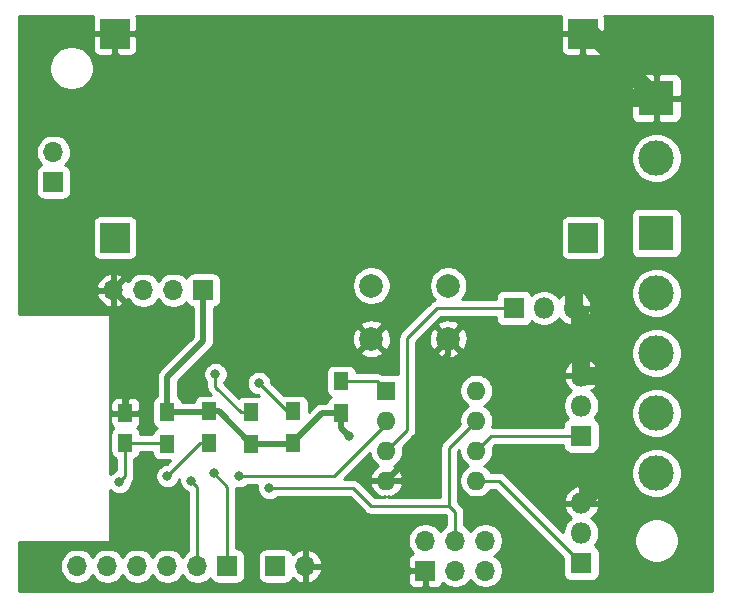
<source format=gbl>
G04 #@! TF.GenerationSoftware,KiCad,Pcbnew,(5.1.5)-3*
G04 #@! TF.CreationDate,2020-04-09T15:05:06+03:00*
G04 #@! TF.ProjectId,DCDimmer,44434469-6d6d-4657-922e-6b696361645f,rev?*
G04 #@! TF.SameCoordinates,Original*
G04 #@! TF.FileFunction,Copper,L2,Bot*
G04 #@! TF.FilePolarity,Positive*
%FSLAX46Y46*%
G04 Gerber Fmt 4.6, Leading zero omitted, Abs format (unit mm)*
G04 Created by KiCad (PCBNEW (5.1.5)-3) date 2020-04-09 15:05:06*
%MOMM*%
%LPD*%
G04 APERTURE LIST*
%ADD10R,1.300000X1.500000*%
%ADD11C,2.000000*%
%ADD12R,1.600000X1.600000*%
%ADD13O,1.600000X1.600000*%
%ADD14R,1.800000X1.800000*%
%ADD15O,1.800000X1.800000*%
%ADD16C,3.000000*%
%ADD17R,3.000000X3.000000*%
%ADD18R,2.499360X2.499360*%
%ADD19R,1.700000X1.700000*%
%ADD20O,1.700000X1.700000*%
%ADD21R,1.250000X1.500000*%
%ADD22C,0.800000*%
%ADD23C,0.250000*%
%ADD24C,0.500000*%
%ADD25C,1.500000*%
%ADD26C,0.254000*%
G04 APERTURE END LIST*
D10*
X129540000Y-105410000D03*
X129540000Y-102710000D03*
D11*
X132080000Y-99115000D03*
X132080000Y-94615000D03*
X138580000Y-99115000D03*
X138580000Y-94615000D03*
D12*
X133350000Y-103505000D03*
D13*
X140970000Y-111125000D03*
X133350000Y-106045000D03*
X140970000Y-108585000D03*
X133350000Y-108585000D03*
X140970000Y-106045000D03*
X133350000Y-111125000D03*
X140970000Y-103505000D03*
D14*
X144145000Y-96520000D03*
D15*
X146685000Y-96520000D03*
X149225000Y-96520000D03*
D16*
X156210000Y-95250000D03*
X156210000Y-100330000D03*
D17*
X156210000Y-90170000D03*
D16*
X156210000Y-105410000D03*
X156210000Y-110490000D03*
D17*
X156210000Y-78740000D03*
D16*
X156210000Y-83820000D03*
D18*
X110363000Y-73279000D03*
X110363000Y-90551000D03*
X149987000Y-73279000D03*
X149987000Y-90551000D03*
D19*
X119888000Y-118364000D03*
D20*
X117348000Y-118364000D03*
X114808000Y-118364000D03*
X112268000Y-118364000D03*
X109728000Y-118364000D03*
X107188000Y-118364000D03*
D19*
X117856000Y-94996000D03*
D20*
X115316000Y-94996000D03*
X112776000Y-94996000D03*
X110236000Y-94996000D03*
D19*
X123952000Y-118364000D03*
D20*
X126492000Y-118364000D03*
D10*
X121920000Y-105330000D03*
X121920000Y-108030000D03*
D21*
X111252000Y-107910000D03*
X111252000Y-105410000D03*
D19*
X105156000Y-85852000D03*
D20*
X105156000Y-83312000D03*
D19*
X136652000Y-118745000D03*
D20*
X136652000Y-116205000D03*
X139192000Y-118745000D03*
X139192000Y-116205000D03*
X141732000Y-118745000D03*
X141732000Y-116205000D03*
D10*
X118364000Y-107950000D03*
X118364000Y-105250000D03*
D14*
X149860000Y-107315000D03*
D15*
X149860000Y-104775000D03*
X149860000Y-102235000D03*
D14*
X149860000Y-118110000D03*
D15*
X149860000Y-115570000D03*
X149860000Y-113030000D03*
D10*
X125476000Y-105250000D03*
X125476000Y-107950000D03*
X114808000Y-105330000D03*
X114808000Y-108030000D03*
D22*
X110744000Y-111252000D03*
X114808000Y-110744000D03*
X130175000Y-107315000D03*
X122555000Y-102870000D03*
X123444000Y-111760000D03*
X118872000Y-102108000D03*
X120904000Y-110744000D03*
X118745000Y-110490000D03*
X116840000Y-111125000D03*
D23*
X111252000Y-107910000D02*
X111252000Y-110744000D01*
X111252000Y-110744000D02*
X110744000Y-111252000D01*
X114688000Y-107910000D02*
X114808000Y-108030000D01*
X111252000Y-107910000D02*
X114688000Y-107910000D01*
X117602000Y-107950000D02*
X118364000Y-107950000D01*
X114808000Y-110744000D02*
X117602000Y-107950000D01*
D24*
X119140000Y-105250000D02*
X121920000Y-108030000D01*
X118364000Y-105250000D02*
X119140000Y-105250000D01*
X125396000Y-108030000D02*
X125476000Y-107950000D01*
X121920000Y-108030000D02*
X125396000Y-108030000D01*
X118284000Y-105330000D02*
X118364000Y-105250000D01*
X114808000Y-105330000D02*
X118284000Y-105330000D01*
X117856000Y-94996000D02*
X117856000Y-99314000D01*
X114808000Y-102362000D02*
X114808000Y-105330000D01*
X117856000Y-99314000D02*
X114808000Y-102362000D01*
X128390000Y-105410000D02*
X129540000Y-105410000D01*
X127916000Y-105410000D02*
X128390000Y-105410000D01*
X125476000Y-107850000D02*
X127916000Y-105410000D01*
X125476000Y-107950000D02*
X125476000Y-107850000D01*
X129540000Y-105410000D02*
X129540000Y-106680000D01*
X129540000Y-106680000D02*
X130175000Y-107315000D01*
D25*
X150749000Y-73279000D02*
X156210000Y-78740000D01*
X149987000Y-73279000D02*
X150749000Y-73279000D01*
D24*
X110363000Y-75028680D02*
X115090320Y-79756000D01*
X110363000Y-73279000D02*
X110363000Y-75028680D01*
X115090320Y-79756000D02*
X130556000Y-79756000D01*
X130556000Y-79756000D02*
X135128000Y-84328000D01*
X135128000Y-96067000D02*
X132080000Y-99115000D01*
X135128000Y-84328000D02*
X135128000Y-96067000D01*
X111252000Y-96012000D02*
X110236000Y-94996000D01*
X111252000Y-105410000D02*
X111252000Y-96012000D01*
D25*
X153210000Y-78740000D02*
X146304000Y-85646000D01*
X156210000Y-78740000D02*
X153210000Y-78740000D01*
X146304000Y-92326208D02*
X149225000Y-95247208D01*
X149225000Y-95247208D02*
X149225000Y-96520000D01*
X146304000Y-85646000D02*
X146304000Y-92326208D01*
X149860000Y-97155000D02*
X149225000Y-96520000D01*
X149860000Y-102235000D02*
X149860000Y-97155000D01*
X151511000Y-102235000D02*
X152908000Y-103632000D01*
X149860000Y-102235000D02*
X151511000Y-102235000D01*
X152908000Y-109982000D02*
X149860000Y-113030000D01*
X152908000Y-103632000D02*
X152908000Y-109982000D01*
D24*
X136505000Y-118598000D02*
X136652000Y-118745000D01*
X138580000Y-100529213D02*
X136652000Y-102457213D01*
X138580000Y-99115000D02*
X138580000Y-100529213D01*
X136652000Y-107823000D02*
X133350000Y-111125000D01*
X136652000Y-102457213D02*
X136652000Y-107823000D01*
X112112680Y-73279000D02*
X113030000Y-74196320D01*
X110363000Y-73279000D02*
X112112680Y-73279000D01*
X113030000Y-92202000D02*
X110236000Y-94996000D01*
X113030000Y-74196320D02*
X113030000Y-92202000D01*
D23*
X124935000Y-105250000D02*
X125476000Y-105250000D01*
X122555000Y-102870000D02*
X124935000Y-105250000D01*
X132555000Y-102710000D02*
X133350000Y-103505000D01*
X129540000Y-102710000D02*
X132555000Y-102710000D01*
X142875000Y-111125000D02*
X149860000Y-118110000D01*
X140970000Y-111125000D02*
X142875000Y-111125000D01*
X139192000Y-113792000D02*
X139192000Y-116205000D01*
X138684000Y-113284000D02*
X139192000Y-113792000D01*
X140970000Y-106045000D02*
X138684000Y-108331000D01*
X138684000Y-108331000D02*
X138684000Y-113284000D01*
X123444000Y-111760000D02*
X130556000Y-111760000D01*
X132080000Y-113284000D02*
X138684000Y-113284000D01*
X130556000Y-111760000D02*
X132080000Y-113284000D01*
X142240000Y-107315000D02*
X149860000Y-107315000D01*
X140970000Y-108585000D02*
X142240000Y-107315000D01*
X133350000Y-108585000D02*
X135128000Y-106807000D01*
X135128000Y-106807000D02*
X135128000Y-99060000D01*
X137668000Y-96520000D02*
X144145000Y-96520000D01*
X135128000Y-99060000D02*
X137668000Y-96520000D01*
X118872000Y-103182000D02*
X118872000Y-102108000D01*
X121920000Y-105330000D02*
X121020000Y-105330000D01*
X121020000Y-105330000D02*
X118872000Y-103182000D01*
X133350000Y-106314002D02*
X131064000Y-108600002D01*
X133350000Y-106045000D02*
X133350000Y-106314002D01*
X131064000Y-108600002D02*
X128920002Y-110744000D01*
X128920002Y-110744000D02*
X120904000Y-110744000D01*
X119888000Y-118364000D02*
X119888000Y-111633000D01*
X119888000Y-111633000D02*
X118745000Y-110490000D01*
X117348000Y-118364000D02*
X117348000Y-111633000D01*
X117348000Y-111633000D02*
X116840000Y-111125000D01*
D26*
G36*
X108523818Y-71785140D02*
G01*
X108487508Y-71904838D01*
X108475248Y-72029320D01*
X108478320Y-72993250D01*
X108637070Y-73152000D01*
X110236000Y-73152000D01*
X110236000Y-73132000D01*
X110490000Y-73132000D01*
X110490000Y-73152000D01*
X112088930Y-73152000D01*
X112247680Y-72993250D01*
X112250752Y-72029320D01*
X112238492Y-71904838D01*
X112202182Y-71785140D01*
X112188744Y-71760000D01*
X148161256Y-71760000D01*
X148147818Y-71785140D01*
X148111508Y-71904838D01*
X148099248Y-72029320D01*
X148102320Y-72993250D01*
X148261070Y-73152000D01*
X149860000Y-73152000D01*
X149860000Y-73132000D01*
X150114000Y-73132000D01*
X150114000Y-73152000D01*
X151712930Y-73152000D01*
X151871680Y-72993250D01*
X151874752Y-72029320D01*
X151862492Y-71904838D01*
X151826182Y-71785140D01*
X151812744Y-71760000D01*
X160940000Y-71760000D01*
X160940001Y-120480000D01*
X102240000Y-120480000D01*
X102240000Y-116332000D01*
X109855000Y-116332000D01*
X109879776Y-116329560D01*
X109903601Y-116322333D01*
X109925557Y-116310597D01*
X109944803Y-116294803D01*
X109960597Y-116275557D01*
X109972333Y-116253601D01*
X109979560Y-116229776D01*
X109982000Y-116205000D01*
X109982000Y-111953711D01*
X110084226Y-112055937D01*
X110253744Y-112169205D01*
X110442102Y-112247226D01*
X110642061Y-112287000D01*
X110845939Y-112287000D01*
X111045898Y-112247226D01*
X111234256Y-112169205D01*
X111403774Y-112055937D01*
X111547937Y-111911774D01*
X111661205Y-111742256D01*
X111739226Y-111553898D01*
X111779000Y-111353939D01*
X111779000Y-111294671D01*
X111792001Y-111284001D01*
X111886974Y-111168276D01*
X111957546Y-111036247D01*
X112001003Y-110892986D01*
X112012000Y-110781333D01*
X112012000Y-110781324D01*
X112015676Y-110744001D01*
X112012000Y-110706678D01*
X112012000Y-109282621D01*
X112121180Y-109249502D01*
X112231494Y-109190537D01*
X112328185Y-109111185D01*
X112407537Y-109014494D01*
X112466502Y-108904180D01*
X112502812Y-108784482D01*
X112514087Y-108670000D01*
X113519928Y-108670000D01*
X113519928Y-108780000D01*
X113532188Y-108904482D01*
X113568498Y-109024180D01*
X113627463Y-109134494D01*
X113706815Y-109231185D01*
X113803506Y-109310537D01*
X113913820Y-109369502D01*
X114033518Y-109405812D01*
X114158000Y-109418072D01*
X115059127Y-109418072D01*
X114768199Y-109709000D01*
X114706061Y-109709000D01*
X114506102Y-109748774D01*
X114317744Y-109826795D01*
X114148226Y-109940063D01*
X114004063Y-110084226D01*
X113890795Y-110253744D01*
X113812774Y-110442102D01*
X113773000Y-110642061D01*
X113773000Y-110845939D01*
X113812774Y-111045898D01*
X113890795Y-111234256D01*
X114004063Y-111403774D01*
X114148226Y-111547937D01*
X114317744Y-111661205D01*
X114506102Y-111739226D01*
X114706061Y-111779000D01*
X114909939Y-111779000D01*
X115109898Y-111739226D01*
X115298256Y-111661205D01*
X115467774Y-111547937D01*
X115611937Y-111403774D01*
X115725205Y-111234256D01*
X115803226Y-111045898D01*
X115805000Y-111036979D01*
X115805000Y-111226939D01*
X115844774Y-111426898D01*
X115922795Y-111615256D01*
X116036063Y-111784774D01*
X116180226Y-111928937D01*
X116349744Y-112042205D01*
X116538102Y-112120226D01*
X116588001Y-112130151D01*
X116588000Y-117085821D01*
X116401368Y-117210525D01*
X116194525Y-117417368D01*
X116078000Y-117591760D01*
X115961475Y-117417368D01*
X115754632Y-117210525D01*
X115511411Y-117048010D01*
X115241158Y-116936068D01*
X114954260Y-116879000D01*
X114661740Y-116879000D01*
X114374842Y-116936068D01*
X114104589Y-117048010D01*
X113861368Y-117210525D01*
X113654525Y-117417368D01*
X113538000Y-117591760D01*
X113421475Y-117417368D01*
X113214632Y-117210525D01*
X112971411Y-117048010D01*
X112701158Y-116936068D01*
X112414260Y-116879000D01*
X112121740Y-116879000D01*
X111834842Y-116936068D01*
X111564589Y-117048010D01*
X111321368Y-117210525D01*
X111114525Y-117417368D01*
X110998000Y-117591760D01*
X110881475Y-117417368D01*
X110674632Y-117210525D01*
X110431411Y-117048010D01*
X110161158Y-116936068D01*
X109874260Y-116879000D01*
X109581740Y-116879000D01*
X109294842Y-116936068D01*
X109024589Y-117048010D01*
X108781368Y-117210525D01*
X108574525Y-117417368D01*
X108458000Y-117591760D01*
X108341475Y-117417368D01*
X108134632Y-117210525D01*
X107891411Y-117048010D01*
X107621158Y-116936068D01*
X107334260Y-116879000D01*
X107041740Y-116879000D01*
X106754842Y-116936068D01*
X106484589Y-117048010D01*
X106241368Y-117210525D01*
X106034525Y-117417368D01*
X105872010Y-117660589D01*
X105760068Y-117930842D01*
X105703000Y-118217740D01*
X105703000Y-118510260D01*
X105760068Y-118797158D01*
X105872010Y-119067411D01*
X106034525Y-119310632D01*
X106241368Y-119517475D01*
X106484589Y-119679990D01*
X106754842Y-119791932D01*
X107041740Y-119849000D01*
X107334260Y-119849000D01*
X107621158Y-119791932D01*
X107891411Y-119679990D01*
X108134632Y-119517475D01*
X108341475Y-119310632D01*
X108458000Y-119136240D01*
X108574525Y-119310632D01*
X108781368Y-119517475D01*
X109024589Y-119679990D01*
X109294842Y-119791932D01*
X109581740Y-119849000D01*
X109874260Y-119849000D01*
X110161158Y-119791932D01*
X110431411Y-119679990D01*
X110674632Y-119517475D01*
X110881475Y-119310632D01*
X110998000Y-119136240D01*
X111114525Y-119310632D01*
X111321368Y-119517475D01*
X111564589Y-119679990D01*
X111834842Y-119791932D01*
X112121740Y-119849000D01*
X112414260Y-119849000D01*
X112701158Y-119791932D01*
X112971411Y-119679990D01*
X113214632Y-119517475D01*
X113421475Y-119310632D01*
X113538000Y-119136240D01*
X113654525Y-119310632D01*
X113861368Y-119517475D01*
X114104589Y-119679990D01*
X114374842Y-119791932D01*
X114661740Y-119849000D01*
X114954260Y-119849000D01*
X115241158Y-119791932D01*
X115511411Y-119679990D01*
X115754632Y-119517475D01*
X115961475Y-119310632D01*
X116078000Y-119136240D01*
X116194525Y-119310632D01*
X116401368Y-119517475D01*
X116644589Y-119679990D01*
X116914842Y-119791932D01*
X117201740Y-119849000D01*
X117494260Y-119849000D01*
X117781158Y-119791932D01*
X118051411Y-119679990D01*
X118294632Y-119517475D01*
X118426487Y-119385620D01*
X118448498Y-119458180D01*
X118507463Y-119568494D01*
X118586815Y-119665185D01*
X118683506Y-119744537D01*
X118793820Y-119803502D01*
X118913518Y-119839812D01*
X119038000Y-119852072D01*
X120738000Y-119852072D01*
X120862482Y-119839812D01*
X120982180Y-119803502D01*
X121092494Y-119744537D01*
X121189185Y-119665185D01*
X121268537Y-119568494D01*
X121327502Y-119458180D01*
X121363812Y-119338482D01*
X121376072Y-119214000D01*
X121376072Y-117514000D01*
X122463928Y-117514000D01*
X122463928Y-119214000D01*
X122476188Y-119338482D01*
X122512498Y-119458180D01*
X122571463Y-119568494D01*
X122650815Y-119665185D01*
X122747506Y-119744537D01*
X122857820Y-119803502D01*
X122977518Y-119839812D01*
X123102000Y-119852072D01*
X124802000Y-119852072D01*
X124926482Y-119839812D01*
X125046180Y-119803502D01*
X125156494Y-119744537D01*
X125253185Y-119665185D01*
X125332537Y-119568494D01*
X125391502Y-119458180D01*
X125415966Y-119377534D01*
X125491731Y-119461588D01*
X125725080Y-119635641D01*
X125987901Y-119760825D01*
X126135110Y-119805476D01*
X126365000Y-119684155D01*
X126365000Y-118491000D01*
X126619000Y-118491000D01*
X126619000Y-119684155D01*
X126848890Y-119805476D01*
X126996099Y-119760825D01*
X127258920Y-119635641D01*
X127313406Y-119595000D01*
X135163928Y-119595000D01*
X135176188Y-119719482D01*
X135212498Y-119839180D01*
X135271463Y-119949494D01*
X135350815Y-120046185D01*
X135447506Y-120125537D01*
X135557820Y-120184502D01*
X135677518Y-120220812D01*
X135802000Y-120233072D01*
X136366250Y-120230000D01*
X136525000Y-120071250D01*
X136525000Y-118872000D01*
X135325750Y-118872000D01*
X135167000Y-119030750D01*
X135163928Y-119595000D01*
X127313406Y-119595000D01*
X127492269Y-119461588D01*
X127687178Y-119245355D01*
X127836157Y-118995252D01*
X127933481Y-118720891D01*
X127812814Y-118491000D01*
X126619000Y-118491000D01*
X126365000Y-118491000D01*
X126345000Y-118491000D01*
X126345000Y-118237000D01*
X126365000Y-118237000D01*
X126365000Y-117043845D01*
X126619000Y-117043845D01*
X126619000Y-118237000D01*
X127812814Y-118237000D01*
X127933481Y-118007109D01*
X127836157Y-117732748D01*
X127687178Y-117482645D01*
X127492269Y-117266412D01*
X127258920Y-117092359D01*
X126996099Y-116967175D01*
X126848890Y-116922524D01*
X126619000Y-117043845D01*
X126365000Y-117043845D01*
X126135110Y-116922524D01*
X125987901Y-116967175D01*
X125725080Y-117092359D01*
X125491731Y-117266412D01*
X125415966Y-117350466D01*
X125391502Y-117269820D01*
X125332537Y-117159506D01*
X125253185Y-117062815D01*
X125156494Y-116983463D01*
X125046180Y-116924498D01*
X124926482Y-116888188D01*
X124802000Y-116875928D01*
X123102000Y-116875928D01*
X122977518Y-116888188D01*
X122857820Y-116924498D01*
X122747506Y-116983463D01*
X122650815Y-117062815D01*
X122571463Y-117159506D01*
X122512498Y-117269820D01*
X122476188Y-117389518D01*
X122463928Y-117514000D01*
X121376072Y-117514000D01*
X121363812Y-117389518D01*
X121327502Y-117269820D01*
X121268537Y-117159506D01*
X121189185Y-117062815D01*
X121092494Y-116983463D01*
X120982180Y-116924498D01*
X120862482Y-116888188D01*
X120738000Y-116875928D01*
X120648000Y-116875928D01*
X120648000Y-111748356D01*
X120802061Y-111779000D01*
X121005939Y-111779000D01*
X121205898Y-111739226D01*
X121394256Y-111661205D01*
X121563774Y-111547937D01*
X121607711Y-111504000D01*
X122439644Y-111504000D01*
X122409000Y-111658061D01*
X122409000Y-111861939D01*
X122448774Y-112061898D01*
X122526795Y-112250256D01*
X122640063Y-112419774D01*
X122784226Y-112563937D01*
X122953744Y-112677205D01*
X123142102Y-112755226D01*
X123342061Y-112795000D01*
X123545939Y-112795000D01*
X123745898Y-112755226D01*
X123934256Y-112677205D01*
X124103774Y-112563937D01*
X124147711Y-112520000D01*
X130241199Y-112520000D01*
X131516205Y-113795008D01*
X131539999Y-113824001D01*
X131568992Y-113847795D01*
X131568996Y-113847799D01*
X131639685Y-113905811D01*
X131655724Y-113918974D01*
X131787753Y-113989546D01*
X131931014Y-114033003D01*
X132042667Y-114044000D01*
X132042676Y-114044000D01*
X132079999Y-114047676D01*
X132117322Y-114044000D01*
X138369199Y-114044000D01*
X138432000Y-114106802D01*
X138432000Y-114926821D01*
X138245368Y-115051525D01*
X138038525Y-115258368D01*
X137922000Y-115432760D01*
X137805475Y-115258368D01*
X137598632Y-115051525D01*
X137355411Y-114889010D01*
X137085158Y-114777068D01*
X136798260Y-114720000D01*
X136505740Y-114720000D01*
X136218842Y-114777068D01*
X135948589Y-114889010D01*
X135705368Y-115051525D01*
X135498525Y-115258368D01*
X135336010Y-115501589D01*
X135224068Y-115771842D01*
X135167000Y-116058740D01*
X135167000Y-116351260D01*
X135224068Y-116638158D01*
X135336010Y-116908411D01*
X135498525Y-117151632D01*
X135630380Y-117283487D01*
X135557820Y-117305498D01*
X135447506Y-117364463D01*
X135350815Y-117443815D01*
X135271463Y-117540506D01*
X135212498Y-117650820D01*
X135176188Y-117770518D01*
X135163928Y-117895000D01*
X135167000Y-118459250D01*
X135325750Y-118618000D01*
X136525000Y-118618000D01*
X136525000Y-118598000D01*
X136779000Y-118598000D01*
X136779000Y-118618000D01*
X136799000Y-118618000D01*
X136799000Y-118872000D01*
X136779000Y-118872000D01*
X136779000Y-120071250D01*
X136937750Y-120230000D01*
X137502000Y-120233072D01*
X137626482Y-120220812D01*
X137746180Y-120184502D01*
X137856494Y-120125537D01*
X137953185Y-120046185D01*
X138032537Y-119949494D01*
X138091502Y-119839180D01*
X138113513Y-119766620D01*
X138245368Y-119898475D01*
X138488589Y-120060990D01*
X138758842Y-120172932D01*
X139045740Y-120230000D01*
X139338260Y-120230000D01*
X139625158Y-120172932D01*
X139895411Y-120060990D01*
X140138632Y-119898475D01*
X140345475Y-119691632D01*
X140462000Y-119517240D01*
X140578525Y-119691632D01*
X140785368Y-119898475D01*
X141028589Y-120060990D01*
X141298842Y-120172932D01*
X141585740Y-120230000D01*
X141878260Y-120230000D01*
X142165158Y-120172932D01*
X142435411Y-120060990D01*
X142678632Y-119898475D01*
X142885475Y-119691632D01*
X143047990Y-119448411D01*
X143159932Y-119178158D01*
X143217000Y-118891260D01*
X143217000Y-118598740D01*
X143159932Y-118311842D01*
X143047990Y-118041589D01*
X142885475Y-117798368D01*
X142678632Y-117591525D01*
X142504240Y-117475000D01*
X142678632Y-117358475D01*
X142885475Y-117151632D01*
X143047990Y-116908411D01*
X143159932Y-116638158D01*
X143217000Y-116351260D01*
X143217000Y-116058740D01*
X143159932Y-115771842D01*
X143047990Y-115501589D01*
X142885475Y-115258368D01*
X142678632Y-115051525D01*
X142435411Y-114889010D01*
X142165158Y-114777068D01*
X141878260Y-114720000D01*
X141585740Y-114720000D01*
X141298842Y-114777068D01*
X141028589Y-114889010D01*
X140785368Y-115051525D01*
X140578525Y-115258368D01*
X140462000Y-115432760D01*
X140345475Y-115258368D01*
X140138632Y-115051525D01*
X139952000Y-114926822D01*
X139952000Y-113829322D01*
X139955676Y-113791999D01*
X139952000Y-113754676D01*
X139952000Y-113754667D01*
X139941003Y-113643014D01*
X139897546Y-113499753D01*
X139826974Y-113367724D01*
X139732001Y-113251999D01*
X139703003Y-113228202D01*
X139444000Y-112969199D01*
X139444000Y-108645801D01*
X139535000Y-108554801D01*
X139535000Y-108726335D01*
X139590147Y-109003574D01*
X139698320Y-109264727D01*
X139855363Y-109499759D01*
X140055241Y-109699637D01*
X140287759Y-109855000D01*
X140055241Y-110010363D01*
X139855363Y-110210241D01*
X139698320Y-110445273D01*
X139590147Y-110706426D01*
X139535000Y-110983665D01*
X139535000Y-111266335D01*
X139590147Y-111543574D01*
X139698320Y-111804727D01*
X139855363Y-112039759D01*
X140055241Y-112239637D01*
X140290273Y-112396680D01*
X140551426Y-112504853D01*
X140828665Y-112560000D01*
X141111335Y-112560000D01*
X141388574Y-112504853D01*
X141649727Y-112396680D01*
X141884759Y-112239637D01*
X142084637Y-112039759D01*
X142188043Y-111885000D01*
X142560199Y-111885000D01*
X148321928Y-117646730D01*
X148321928Y-119010000D01*
X148334188Y-119134482D01*
X148370498Y-119254180D01*
X148429463Y-119364494D01*
X148508815Y-119461185D01*
X148605506Y-119540537D01*
X148715820Y-119599502D01*
X148835518Y-119635812D01*
X148960000Y-119648072D01*
X150760000Y-119648072D01*
X150884482Y-119635812D01*
X151004180Y-119599502D01*
X151114494Y-119540537D01*
X151211185Y-119461185D01*
X151290537Y-119364494D01*
X151349502Y-119254180D01*
X151385812Y-119134482D01*
X151398072Y-119010000D01*
X151398072Y-117210000D01*
X151385812Y-117085518D01*
X151349502Y-116965820D01*
X151290537Y-116855506D01*
X151211185Y-116758815D01*
X151114494Y-116679463D01*
X151004180Y-116620498D01*
X150985873Y-116614944D01*
X151052312Y-116548505D01*
X151220299Y-116297095D01*
X151335347Y-116019344D01*
X154325000Y-116019344D01*
X154325000Y-116390656D01*
X154397439Y-116754834D01*
X154539534Y-117097882D01*
X154745825Y-117406618D01*
X155008382Y-117669175D01*
X155317118Y-117875466D01*
X155660166Y-118017561D01*
X156024344Y-118090000D01*
X156395656Y-118090000D01*
X156759834Y-118017561D01*
X157102882Y-117875466D01*
X157411618Y-117669175D01*
X157674175Y-117406618D01*
X157880466Y-117097882D01*
X158022561Y-116754834D01*
X158095000Y-116390656D01*
X158095000Y-116019344D01*
X158022561Y-115655166D01*
X157880466Y-115312118D01*
X157674175Y-115003382D01*
X157411618Y-114740825D01*
X157102882Y-114534534D01*
X156759834Y-114392439D01*
X156395656Y-114320000D01*
X156024344Y-114320000D01*
X155660166Y-114392439D01*
X155317118Y-114534534D01*
X155008382Y-114740825D01*
X154745825Y-115003382D01*
X154539534Y-115312118D01*
X154397439Y-115655166D01*
X154325000Y-116019344D01*
X151335347Y-116019344D01*
X151336011Y-116017743D01*
X151395000Y-115721184D01*
X151395000Y-115418816D01*
X151336011Y-115122257D01*
X151220299Y-114842905D01*
X151052312Y-114591495D01*
X150838505Y-114377688D01*
X150717198Y-114296633D01*
X150897116Y-114161649D01*
X151097962Y-113937573D01*
X151251234Y-113678620D01*
X151351041Y-113394741D01*
X151230992Y-113157000D01*
X149987000Y-113157000D01*
X149987000Y-113177000D01*
X149733000Y-113177000D01*
X149733000Y-113157000D01*
X148489008Y-113157000D01*
X148368959Y-113394741D01*
X148468766Y-113678620D01*
X148622038Y-113937573D01*
X148822884Y-114161649D01*
X149002802Y-114296633D01*
X148881495Y-114377688D01*
X148667688Y-114591495D01*
X148499701Y-114842905D01*
X148383989Y-115122257D01*
X148325000Y-115418816D01*
X148325000Y-115500198D01*
X145490061Y-112665259D01*
X148368959Y-112665259D01*
X148489008Y-112903000D01*
X149733000Y-112903000D01*
X149733000Y-111659622D01*
X149987000Y-111659622D01*
X149987000Y-112903000D01*
X151230992Y-112903000D01*
X151351041Y-112665259D01*
X151251234Y-112381380D01*
X151097962Y-112122427D01*
X150897116Y-111898351D01*
X150656414Y-111717764D01*
X150385107Y-111587606D01*
X150224740Y-111538964D01*
X149987000Y-111659622D01*
X149733000Y-111659622D01*
X149495260Y-111538964D01*
X149334893Y-111587606D01*
X149063586Y-111717764D01*
X148822884Y-111898351D01*
X148622038Y-112122427D01*
X148468766Y-112381380D01*
X148368959Y-112665259D01*
X145490061Y-112665259D01*
X143438804Y-110614003D01*
X143415001Y-110584999D01*
X143299276Y-110490026D01*
X143167247Y-110419454D01*
X143023986Y-110375997D01*
X142912333Y-110365000D01*
X142912322Y-110365000D01*
X142875000Y-110361324D01*
X142837678Y-110365000D01*
X142188043Y-110365000D01*
X142131062Y-110279721D01*
X154075000Y-110279721D01*
X154075000Y-110700279D01*
X154157047Y-111112756D01*
X154317988Y-111501302D01*
X154551637Y-111850983D01*
X154849017Y-112148363D01*
X155198698Y-112382012D01*
X155587244Y-112542953D01*
X155999721Y-112625000D01*
X156420279Y-112625000D01*
X156832756Y-112542953D01*
X157221302Y-112382012D01*
X157570983Y-112148363D01*
X157868363Y-111850983D01*
X158102012Y-111501302D01*
X158262953Y-111112756D01*
X158345000Y-110700279D01*
X158345000Y-110279721D01*
X158262953Y-109867244D01*
X158102012Y-109478698D01*
X157868363Y-109129017D01*
X157570983Y-108831637D01*
X157221302Y-108597988D01*
X156832756Y-108437047D01*
X156420279Y-108355000D01*
X155999721Y-108355000D01*
X155587244Y-108437047D01*
X155198698Y-108597988D01*
X154849017Y-108831637D01*
X154551637Y-109129017D01*
X154317988Y-109478698D01*
X154157047Y-109867244D01*
X154075000Y-110279721D01*
X142131062Y-110279721D01*
X142084637Y-110210241D01*
X141884759Y-110010363D01*
X141652241Y-109855000D01*
X141884759Y-109699637D01*
X142084637Y-109499759D01*
X142241680Y-109264727D01*
X142349853Y-109003574D01*
X142405000Y-108726335D01*
X142405000Y-108443665D01*
X142368688Y-108261114D01*
X142554802Y-108075000D01*
X148321928Y-108075000D01*
X148321928Y-108215000D01*
X148334188Y-108339482D01*
X148370498Y-108459180D01*
X148429463Y-108569494D01*
X148508815Y-108666185D01*
X148605506Y-108745537D01*
X148715820Y-108804502D01*
X148835518Y-108840812D01*
X148960000Y-108853072D01*
X150760000Y-108853072D01*
X150884482Y-108840812D01*
X151004180Y-108804502D01*
X151114494Y-108745537D01*
X151211185Y-108666185D01*
X151290537Y-108569494D01*
X151349502Y-108459180D01*
X151385812Y-108339482D01*
X151398072Y-108215000D01*
X151398072Y-106415000D01*
X151385812Y-106290518D01*
X151349502Y-106170820D01*
X151290537Y-106060506D01*
X151211185Y-105963815D01*
X151114494Y-105884463D01*
X151004180Y-105825498D01*
X150985873Y-105819944D01*
X151052312Y-105753505D01*
X151220299Y-105502095D01*
X151336011Y-105222743D01*
X151340590Y-105199721D01*
X154075000Y-105199721D01*
X154075000Y-105620279D01*
X154157047Y-106032756D01*
X154317988Y-106421302D01*
X154551637Y-106770983D01*
X154849017Y-107068363D01*
X155198698Y-107302012D01*
X155587244Y-107462953D01*
X155999721Y-107545000D01*
X156420279Y-107545000D01*
X156832756Y-107462953D01*
X157221302Y-107302012D01*
X157570983Y-107068363D01*
X157868363Y-106770983D01*
X158102012Y-106421302D01*
X158262953Y-106032756D01*
X158345000Y-105620279D01*
X158345000Y-105199721D01*
X158262953Y-104787244D01*
X158102012Y-104398698D01*
X157868363Y-104049017D01*
X157570983Y-103751637D01*
X157221302Y-103517988D01*
X156832756Y-103357047D01*
X156420279Y-103275000D01*
X155999721Y-103275000D01*
X155587244Y-103357047D01*
X155198698Y-103517988D01*
X154849017Y-103751637D01*
X154551637Y-104049017D01*
X154317988Y-104398698D01*
X154157047Y-104787244D01*
X154075000Y-105199721D01*
X151340590Y-105199721D01*
X151395000Y-104926184D01*
X151395000Y-104623816D01*
X151336011Y-104327257D01*
X151220299Y-104047905D01*
X151052312Y-103796495D01*
X150838505Y-103582688D01*
X150717198Y-103501633D01*
X150897116Y-103366649D01*
X151097962Y-103142573D01*
X151251234Y-102883620D01*
X151351041Y-102599741D01*
X151230992Y-102362000D01*
X149987000Y-102362000D01*
X149987000Y-102382000D01*
X149733000Y-102382000D01*
X149733000Y-102362000D01*
X148489008Y-102362000D01*
X148368959Y-102599741D01*
X148468766Y-102883620D01*
X148622038Y-103142573D01*
X148822884Y-103366649D01*
X149002802Y-103501633D01*
X148881495Y-103582688D01*
X148667688Y-103796495D01*
X148499701Y-104047905D01*
X148383989Y-104327257D01*
X148325000Y-104623816D01*
X148325000Y-104926184D01*
X148383989Y-105222743D01*
X148499701Y-105502095D01*
X148667688Y-105753505D01*
X148734127Y-105819944D01*
X148715820Y-105825498D01*
X148605506Y-105884463D01*
X148508815Y-105963815D01*
X148429463Y-106060506D01*
X148370498Y-106170820D01*
X148334188Y-106290518D01*
X148321928Y-106415000D01*
X148321928Y-106555000D01*
X142311983Y-106555000D01*
X142349853Y-106463574D01*
X142405000Y-106186335D01*
X142405000Y-105903665D01*
X142349853Y-105626426D01*
X142241680Y-105365273D01*
X142084637Y-105130241D01*
X141884759Y-104930363D01*
X141652241Y-104775000D01*
X141884759Y-104619637D01*
X142084637Y-104419759D01*
X142241680Y-104184727D01*
X142349853Y-103923574D01*
X142405000Y-103646335D01*
X142405000Y-103363665D01*
X142349853Y-103086426D01*
X142241680Y-102825273D01*
X142084637Y-102590241D01*
X141884759Y-102390363D01*
X141649727Y-102233320D01*
X141388574Y-102125147D01*
X141111335Y-102070000D01*
X140828665Y-102070000D01*
X140551426Y-102125147D01*
X140290273Y-102233320D01*
X140055241Y-102390363D01*
X139855363Y-102590241D01*
X139698320Y-102825273D01*
X139590147Y-103086426D01*
X139535000Y-103363665D01*
X139535000Y-103646335D01*
X139590147Y-103923574D01*
X139698320Y-104184727D01*
X139855363Y-104419759D01*
X140055241Y-104619637D01*
X140287759Y-104775000D01*
X140055241Y-104930363D01*
X139855363Y-105130241D01*
X139698320Y-105365273D01*
X139590147Y-105626426D01*
X139535000Y-105903665D01*
X139535000Y-106186335D01*
X139571312Y-106368886D01*
X138173003Y-107767196D01*
X138143999Y-107790999D01*
X138095579Y-107850000D01*
X138049026Y-107906724D01*
X137986613Y-108023490D01*
X137978454Y-108038754D01*
X137934997Y-108182015D01*
X137924000Y-108293668D01*
X137924000Y-108293678D01*
X137920324Y-108331000D01*
X137924000Y-108368323D01*
X137924001Y-112524000D01*
X133477002Y-112524000D01*
X133477002Y-112395625D01*
X133699040Y-112516909D01*
X133963881Y-112422070D01*
X134205131Y-112277385D01*
X134413519Y-112088414D01*
X134581037Y-111862420D01*
X134701246Y-111608087D01*
X134741904Y-111474039D01*
X134619915Y-111252000D01*
X133477000Y-111252000D01*
X133477000Y-111272000D01*
X133223000Y-111272000D01*
X133223000Y-111252000D01*
X132080085Y-111252000D01*
X131958096Y-111474039D01*
X131998754Y-111608087D01*
X132118963Y-111862420D01*
X132286481Y-112088414D01*
X132494869Y-112277385D01*
X132736119Y-112422070D01*
X133000960Y-112516909D01*
X133222998Y-112395625D01*
X133222998Y-112524000D01*
X132394803Y-112524000D01*
X131119803Y-111249002D01*
X131096001Y-111219999D01*
X130980276Y-111125026D01*
X130848247Y-111054454D01*
X130704986Y-111010997D01*
X130593333Y-111000000D01*
X130593322Y-111000000D01*
X130556000Y-110996324D01*
X130518678Y-111000000D01*
X129738803Y-111000000D01*
X131627799Y-109111005D01*
X131627803Y-109111000D01*
X131931171Y-108807632D01*
X131970147Y-109003574D01*
X132078320Y-109264727D01*
X132235363Y-109499759D01*
X132435241Y-109699637D01*
X132670273Y-109856680D01*
X132680865Y-109861067D01*
X132494869Y-109972615D01*
X132286481Y-110161586D01*
X132118963Y-110387580D01*
X131998754Y-110641913D01*
X131958096Y-110775961D01*
X132080085Y-110998000D01*
X133223000Y-110998000D01*
X133223000Y-110978000D01*
X133477000Y-110978000D01*
X133477000Y-110998000D01*
X134619915Y-110998000D01*
X134741904Y-110775961D01*
X134701246Y-110641913D01*
X134581037Y-110387580D01*
X134413519Y-110161586D01*
X134205131Y-109972615D01*
X134019135Y-109861067D01*
X134029727Y-109856680D01*
X134264759Y-109699637D01*
X134464637Y-109499759D01*
X134621680Y-109264727D01*
X134729853Y-109003574D01*
X134785000Y-108726335D01*
X134785000Y-108443665D01*
X134748688Y-108261114D01*
X135639004Y-107370798D01*
X135668001Y-107347001D01*
X135762974Y-107231276D01*
X135833546Y-107099247D01*
X135877003Y-106955986D01*
X135888000Y-106844333D01*
X135888000Y-106844325D01*
X135891676Y-106807000D01*
X135888000Y-106769675D01*
X135888000Y-101870259D01*
X148368959Y-101870259D01*
X148489008Y-102108000D01*
X149733000Y-102108000D01*
X149733000Y-100864622D01*
X149987000Y-100864622D01*
X149987000Y-102108000D01*
X151230992Y-102108000D01*
X151351041Y-101870259D01*
X151251234Y-101586380D01*
X151097962Y-101327427D01*
X150897116Y-101103351D01*
X150656414Y-100922764D01*
X150385107Y-100792606D01*
X150224740Y-100743964D01*
X149987000Y-100864622D01*
X149733000Y-100864622D01*
X149495260Y-100743964D01*
X149334893Y-100792606D01*
X149063586Y-100922764D01*
X148822884Y-101103351D01*
X148622038Y-101327427D01*
X148468766Y-101586380D01*
X148368959Y-101870259D01*
X135888000Y-101870259D01*
X135888000Y-100250413D01*
X137624192Y-100250413D01*
X137719956Y-100514814D01*
X138009571Y-100655704D01*
X138321108Y-100737384D01*
X138642595Y-100756718D01*
X138961675Y-100712961D01*
X139266088Y-100607795D01*
X139440044Y-100514814D01*
X139535808Y-100250413D01*
X139405116Y-100119721D01*
X154075000Y-100119721D01*
X154075000Y-100540279D01*
X154157047Y-100952756D01*
X154317988Y-101341302D01*
X154551637Y-101690983D01*
X154849017Y-101988363D01*
X155198698Y-102222012D01*
X155587244Y-102382953D01*
X155999721Y-102465000D01*
X156420279Y-102465000D01*
X156832756Y-102382953D01*
X157221302Y-102222012D01*
X157570983Y-101988363D01*
X157868363Y-101690983D01*
X158102012Y-101341302D01*
X158262953Y-100952756D01*
X158345000Y-100540279D01*
X158345000Y-100119721D01*
X158262953Y-99707244D01*
X158102012Y-99318698D01*
X157868363Y-98969017D01*
X157570983Y-98671637D01*
X157221302Y-98437988D01*
X156832756Y-98277047D01*
X156420279Y-98195000D01*
X155999721Y-98195000D01*
X155587244Y-98277047D01*
X155198698Y-98437988D01*
X154849017Y-98671637D01*
X154551637Y-98969017D01*
X154317988Y-99318698D01*
X154157047Y-99707244D01*
X154075000Y-100119721D01*
X139405116Y-100119721D01*
X138580000Y-99294605D01*
X137624192Y-100250413D01*
X135888000Y-100250413D01*
X135888000Y-99374801D01*
X136085206Y-99177595D01*
X136938282Y-99177595D01*
X136982039Y-99496675D01*
X137087205Y-99801088D01*
X137180186Y-99975044D01*
X137444587Y-100070808D01*
X138400395Y-99115000D01*
X138759605Y-99115000D01*
X139715413Y-100070808D01*
X139979814Y-99975044D01*
X140120704Y-99685429D01*
X140202384Y-99373892D01*
X140221718Y-99052405D01*
X140177961Y-98733325D01*
X140072795Y-98428912D01*
X139979814Y-98254956D01*
X139715413Y-98159192D01*
X138759605Y-99115000D01*
X138400395Y-99115000D01*
X137444587Y-98159192D01*
X137180186Y-98254956D01*
X137039296Y-98544571D01*
X136957616Y-98856108D01*
X136938282Y-99177595D01*
X136085206Y-99177595D01*
X137283215Y-97979587D01*
X137624192Y-97979587D01*
X138580000Y-98935395D01*
X139535808Y-97979587D01*
X139440044Y-97715186D01*
X139150429Y-97574296D01*
X138838892Y-97492616D01*
X138517405Y-97473282D01*
X138198325Y-97517039D01*
X137893912Y-97622205D01*
X137719956Y-97715186D01*
X137624192Y-97979587D01*
X137283215Y-97979587D01*
X137982803Y-97280000D01*
X142606928Y-97280000D01*
X142606928Y-97420000D01*
X142619188Y-97544482D01*
X142655498Y-97664180D01*
X142714463Y-97774494D01*
X142793815Y-97871185D01*
X142890506Y-97950537D01*
X143000820Y-98009502D01*
X143120518Y-98045812D01*
X143245000Y-98058072D01*
X145045000Y-98058072D01*
X145169482Y-98045812D01*
X145289180Y-98009502D01*
X145399494Y-97950537D01*
X145496185Y-97871185D01*
X145575537Y-97774494D01*
X145634502Y-97664180D01*
X145640056Y-97645873D01*
X145706495Y-97712312D01*
X145957905Y-97880299D01*
X146237257Y-97996011D01*
X146533816Y-98055000D01*
X146836184Y-98055000D01*
X147132743Y-97996011D01*
X147412095Y-97880299D01*
X147663505Y-97712312D01*
X147877312Y-97498505D01*
X147958367Y-97377198D01*
X148093351Y-97557116D01*
X148317427Y-97757962D01*
X148576380Y-97911234D01*
X148860259Y-98011041D01*
X149098000Y-97890992D01*
X149098000Y-96647000D01*
X149352000Y-96647000D01*
X149352000Y-97890992D01*
X149589741Y-98011041D01*
X149873620Y-97911234D01*
X150132573Y-97757962D01*
X150356649Y-97557116D01*
X150537236Y-97316414D01*
X150667394Y-97045107D01*
X150716036Y-96884740D01*
X150595378Y-96647000D01*
X149352000Y-96647000D01*
X149098000Y-96647000D01*
X149078000Y-96647000D01*
X149078000Y-96393000D01*
X149098000Y-96393000D01*
X149098000Y-95149008D01*
X149352000Y-95149008D01*
X149352000Y-96393000D01*
X150595378Y-96393000D01*
X150716036Y-96155260D01*
X150667394Y-95994893D01*
X150537236Y-95723586D01*
X150356649Y-95482884D01*
X150132573Y-95282038D01*
X149873620Y-95128766D01*
X149620352Y-95039721D01*
X154075000Y-95039721D01*
X154075000Y-95460279D01*
X154157047Y-95872756D01*
X154317988Y-96261302D01*
X154551637Y-96610983D01*
X154849017Y-96908363D01*
X155198698Y-97142012D01*
X155587244Y-97302953D01*
X155999721Y-97385000D01*
X156420279Y-97385000D01*
X156832756Y-97302953D01*
X157221302Y-97142012D01*
X157570983Y-96908363D01*
X157868363Y-96610983D01*
X158102012Y-96261302D01*
X158262953Y-95872756D01*
X158345000Y-95460279D01*
X158345000Y-95039721D01*
X158262953Y-94627244D01*
X158102012Y-94238698D01*
X157868363Y-93889017D01*
X157570983Y-93591637D01*
X157221302Y-93357988D01*
X156832756Y-93197047D01*
X156420279Y-93115000D01*
X155999721Y-93115000D01*
X155587244Y-93197047D01*
X155198698Y-93357988D01*
X154849017Y-93591637D01*
X154551637Y-93889017D01*
X154317988Y-94238698D01*
X154157047Y-94627244D01*
X154075000Y-95039721D01*
X149620352Y-95039721D01*
X149589741Y-95028959D01*
X149352000Y-95149008D01*
X149098000Y-95149008D01*
X148860259Y-95028959D01*
X148576380Y-95128766D01*
X148317427Y-95282038D01*
X148093351Y-95482884D01*
X147958367Y-95662802D01*
X147877312Y-95541495D01*
X147663505Y-95327688D01*
X147412095Y-95159701D01*
X147132743Y-95043989D01*
X146836184Y-94985000D01*
X146533816Y-94985000D01*
X146237257Y-95043989D01*
X145957905Y-95159701D01*
X145706495Y-95327688D01*
X145640056Y-95394127D01*
X145634502Y-95375820D01*
X145575537Y-95265506D01*
X145496185Y-95168815D01*
X145399494Y-95089463D01*
X145289180Y-95030498D01*
X145169482Y-94994188D01*
X145045000Y-94981928D01*
X143245000Y-94981928D01*
X143120518Y-94994188D01*
X143000820Y-95030498D01*
X142890506Y-95089463D01*
X142793815Y-95168815D01*
X142714463Y-95265506D01*
X142655498Y-95375820D01*
X142619188Y-95495518D01*
X142606928Y-95620000D01*
X142606928Y-95760000D01*
X139747239Y-95760000D01*
X139849987Y-95657252D01*
X140028918Y-95389463D01*
X140152168Y-95091912D01*
X140215000Y-94776033D01*
X140215000Y-94453967D01*
X140152168Y-94138088D01*
X140028918Y-93840537D01*
X139849987Y-93572748D01*
X139622252Y-93345013D01*
X139354463Y-93166082D01*
X139056912Y-93042832D01*
X138741033Y-92980000D01*
X138418967Y-92980000D01*
X138103088Y-93042832D01*
X137805537Y-93166082D01*
X137537748Y-93345013D01*
X137310013Y-93572748D01*
X137131082Y-93840537D01*
X137007832Y-94138088D01*
X136945000Y-94453967D01*
X136945000Y-94776033D01*
X137007832Y-95091912D01*
X137131082Y-95389463D01*
X137310013Y-95657252D01*
X137445928Y-95793167D01*
X137375753Y-95814454D01*
X137243724Y-95885026D01*
X137243722Y-95885027D01*
X137243723Y-95885027D01*
X137156996Y-95956201D01*
X137156992Y-95956205D01*
X137127999Y-95979999D01*
X137104205Y-96008992D01*
X134616998Y-98496201D01*
X134588000Y-98519999D01*
X134564202Y-98548997D01*
X134564201Y-98548998D01*
X134493026Y-98635724D01*
X134422454Y-98767754D01*
X134378998Y-98911015D01*
X134364324Y-99060000D01*
X134368001Y-99097332D01*
X134368001Y-102107557D01*
X134274482Y-102079188D01*
X134150000Y-102066928D01*
X132964126Y-102066928D01*
X132847247Y-102004454D01*
X132703986Y-101960997D01*
X132592333Y-101950000D01*
X132592322Y-101950000D01*
X132555000Y-101946324D01*
X132517678Y-101950000D01*
X130827087Y-101950000D01*
X130815812Y-101835518D01*
X130779502Y-101715820D01*
X130720537Y-101605506D01*
X130641185Y-101508815D01*
X130544494Y-101429463D01*
X130434180Y-101370498D01*
X130314482Y-101334188D01*
X130190000Y-101321928D01*
X128890000Y-101321928D01*
X128765518Y-101334188D01*
X128645820Y-101370498D01*
X128535506Y-101429463D01*
X128438815Y-101508815D01*
X128359463Y-101605506D01*
X128300498Y-101715820D01*
X128264188Y-101835518D01*
X128251928Y-101960000D01*
X128251928Y-103460000D01*
X128264188Y-103584482D01*
X128300498Y-103704180D01*
X128359463Y-103814494D01*
X128438815Y-103911185D01*
X128535506Y-103990537D01*
X128645820Y-104049502D01*
X128680427Y-104060000D01*
X128645820Y-104070498D01*
X128535506Y-104129463D01*
X128438815Y-104208815D01*
X128359463Y-104305506D01*
X128300498Y-104415820D01*
X128267379Y-104525000D01*
X127959465Y-104525000D01*
X127915999Y-104520719D01*
X127872533Y-104525000D01*
X127872523Y-104525000D01*
X127742510Y-104537805D01*
X127575687Y-104588411D01*
X127421941Y-104670589D01*
X127421939Y-104670590D01*
X127421940Y-104670590D01*
X127320953Y-104753468D01*
X127320951Y-104753470D01*
X127287183Y-104781183D01*
X127259470Y-104814951D01*
X126764072Y-105310349D01*
X126764072Y-104500000D01*
X126751812Y-104375518D01*
X126715502Y-104255820D01*
X126656537Y-104145506D01*
X126577185Y-104048815D01*
X126480494Y-103969463D01*
X126370180Y-103910498D01*
X126250482Y-103874188D01*
X126126000Y-103861928D01*
X124826000Y-103861928D01*
X124701518Y-103874188D01*
X124649707Y-103889905D01*
X123590000Y-102830199D01*
X123590000Y-102768061D01*
X123550226Y-102568102D01*
X123472205Y-102379744D01*
X123358937Y-102210226D01*
X123214774Y-102066063D01*
X123045256Y-101952795D01*
X122856898Y-101874774D01*
X122656939Y-101835000D01*
X122453061Y-101835000D01*
X122253102Y-101874774D01*
X122064744Y-101952795D01*
X121895226Y-102066063D01*
X121751063Y-102210226D01*
X121637795Y-102379744D01*
X121559774Y-102568102D01*
X121520000Y-102768061D01*
X121520000Y-102971939D01*
X121559774Y-103171898D01*
X121637795Y-103360256D01*
X121751063Y-103529774D01*
X121895226Y-103673937D01*
X122064744Y-103787205D01*
X122253102Y-103865226D01*
X122453061Y-103905000D01*
X122515199Y-103905000D01*
X122552127Y-103941928D01*
X121270000Y-103941928D01*
X121145518Y-103954188D01*
X121025820Y-103990498D01*
X120915506Y-104049463D01*
X120859900Y-104095098D01*
X119632000Y-102867199D01*
X119632000Y-102811711D01*
X119675937Y-102767774D01*
X119789205Y-102598256D01*
X119867226Y-102409898D01*
X119907000Y-102209939D01*
X119907000Y-102006061D01*
X119867226Y-101806102D01*
X119789205Y-101617744D01*
X119675937Y-101448226D01*
X119531774Y-101304063D01*
X119362256Y-101190795D01*
X119173898Y-101112774D01*
X118973939Y-101073000D01*
X118770061Y-101073000D01*
X118570102Y-101112774D01*
X118381744Y-101190795D01*
X118212226Y-101304063D01*
X118068063Y-101448226D01*
X117954795Y-101617744D01*
X117876774Y-101806102D01*
X117837000Y-102006061D01*
X117837000Y-102209939D01*
X117876774Y-102409898D01*
X117954795Y-102598256D01*
X118068063Y-102767774D01*
X118112000Y-102811711D01*
X118112000Y-103144677D01*
X118108324Y-103182000D01*
X118112000Y-103219322D01*
X118112000Y-103219332D01*
X118122997Y-103330985D01*
X118148392Y-103414701D01*
X118166454Y-103474246D01*
X118237026Y-103606276D01*
X118269902Y-103646335D01*
X118331999Y-103722001D01*
X118361003Y-103745804D01*
X118477127Y-103861928D01*
X117714000Y-103861928D01*
X117589518Y-103874188D01*
X117469820Y-103910498D01*
X117359506Y-103969463D01*
X117262815Y-104048815D01*
X117183463Y-104145506D01*
X117124498Y-104255820D01*
X117088188Y-104375518D01*
X117081345Y-104445000D01*
X116080621Y-104445000D01*
X116047502Y-104335820D01*
X115988537Y-104225506D01*
X115909185Y-104128815D01*
X115812494Y-104049463D01*
X115702180Y-103990498D01*
X115693000Y-103987713D01*
X115693000Y-102728578D01*
X118171165Y-100250413D01*
X131124192Y-100250413D01*
X131219956Y-100514814D01*
X131509571Y-100655704D01*
X131821108Y-100737384D01*
X132142595Y-100756718D01*
X132461675Y-100712961D01*
X132766088Y-100607795D01*
X132940044Y-100514814D01*
X133035808Y-100250413D01*
X132080000Y-99294605D01*
X131124192Y-100250413D01*
X118171165Y-100250413D01*
X118451049Y-99970530D01*
X118484817Y-99942817D01*
X118595411Y-99808059D01*
X118677589Y-99654313D01*
X118728195Y-99487490D01*
X118741000Y-99357477D01*
X118741000Y-99357469D01*
X118745281Y-99314000D01*
X118741000Y-99270531D01*
X118741000Y-99177595D01*
X130438282Y-99177595D01*
X130482039Y-99496675D01*
X130587205Y-99801088D01*
X130680186Y-99975044D01*
X130944587Y-100070808D01*
X131900395Y-99115000D01*
X132259605Y-99115000D01*
X133215413Y-100070808D01*
X133479814Y-99975044D01*
X133620704Y-99685429D01*
X133702384Y-99373892D01*
X133721718Y-99052405D01*
X133677961Y-98733325D01*
X133572795Y-98428912D01*
X133479814Y-98254956D01*
X133215413Y-98159192D01*
X132259605Y-99115000D01*
X131900395Y-99115000D01*
X130944587Y-98159192D01*
X130680186Y-98254956D01*
X130539296Y-98544571D01*
X130457616Y-98856108D01*
X130438282Y-99177595D01*
X118741000Y-99177595D01*
X118741000Y-97979587D01*
X131124192Y-97979587D01*
X132080000Y-98935395D01*
X133035808Y-97979587D01*
X132940044Y-97715186D01*
X132650429Y-97574296D01*
X132338892Y-97492616D01*
X132017405Y-97473282D01*
X131698325Y-97517039D01*
X131393912Y-97622205D01*
X131219956Y-97715186D01*
X131124192Y-97979587D01*
X118741000Y-97979587D01*
X118741000Y-96480625D01*
X118830482Y-96471812D01*
X118950180Y-96435502D01*
X119060494Y-96376537D01*
X119157185Y-96297185D01*
X119236537Y-96200494D01*
X119295502Y-96090180D01*
X119331812Y-95970482D01*
X119344072Y-95846000D01*
X119344072Y-94453967D01*
X130445000Y-94453967D01*
X130445000Y-94776033D01*
X130507832Y-95091912D01*
X130631082Y-95389463D01*
X130810013Y-95657252D01*
X131037748Y-95884987D01*
X131305537Y-96063918D01*
X131603088Y-96187168D01*
X131918967Y-96250000D01*
X132241033Y-96250000D01*
X132556912Y-96187168D01*
X132854463Y-96063918D01*
X133122252Y-95884987D01*
X133349987Y-95657252D01*
X133528918Y-95389463D01*
X133652168Y-95091912D01*
X133715000Y-94776033D01*
X133715000Y-94453967D01*
X133652168Y-94138088D01*
X133528918Y-93840537D01*
X133349987Y-93572748D01*
X133122252Y-93345013D01*
X132854463Y-93166082D01*
X132556912Y-93042832D01*
X132241033Y-92980000D01*
X131918967Y-92980000D01*
X131603088Y-93042832D01*
X131305537Y-93166082D01*
X131037748Y-93345013D01*
X130810013Y-93572748D01*
X130631082Y-93840537D01*
X130507832Y-94138088D01*
X130445000Y-94453967D01*
X119344072Y-94453967D01*
X119344072Y-94146000D01*
X119331812Y-94021518D01*
X119295502Y-93901820D01*
X119236537Y-93791506D01*
X119157185Y-93694815D01*
X119060494Y-93615463D01*
X118950180Y-93556498D01*
X118830482Y-93520188D01*
X118706000Y-93507928D01*
X117006000Y-93507928D01*
X116881518Y-93520188D01*
X116761820Y-93556498D01*
X116651506Y-93615463D01*
X116554815Y-93694815D01*
X116475463Y-93791506D01*
X116416498Y-93901820D01*
X116394487Y-93974380D01*
X116262632Y-93842525D01*
X116019411Y-93680010D01*
X115749158Y-93568068D01*
X115462260Y-93511000D01*
X115169740Y-93511000D01*
X114882842Y-93568068D01*
X114612589Y-93680010D01*
X114369368Y-93842525D01*
X114162525Y-94049368D01*
X114046000Y-94223760D01*
X113929475Y-94049368D01*
X113722632Y-93842525D01*
X113479411Y-93680010D01*
X113209158Y-93568068D01*
X112922260Y-93511000D01*
X112629740Y-93511000D01*
X112342842Y-93568068D01*
X112072589Y-93680010D01*
X111829368Y-93842525D01*
X111622525Y-94049368D01*
X111500805Y-94231534D01*
X111431178Y-94114645D01*
X111236269Y-93898412D01*
X111002920Y-93724359D01*
X110740099Y-93599175D01*
X110592890Y-93554524D01*
X110363000Y-93675845D01*
X110363000Y-94869000D01*
X110383000Y-94869000D01*
X110383000Y-95123000D01*
X110363000Y-95123000D01*
X110363000Y-96316155D01*
X110592890Y-96437476D01*
X110740099Y-96392825D01*
X111002920Y-96267641D01*
X111236269Y-96093588D01*
X111431178Y-95877355D01*
X111500805Y-95760466D01*
X111622525Y-95942632D01*
X111829368Y-96149475D01*
X112072589Y-96311990D01*
X112342842Y-96423932D01*
X112629740Y-96481000D01*
X112922260Y-96481000D01*
X113209158Y-96423932D01*
X113479411Y-96311990D01*
X113722632Y-96149475D01*
X113929475Y-95942632D01*
X114046000Y-95768240D01*
X114162525Y-95942632D01*
X114369368Y-96149475D01*
X114612589Y-96311990D01*
X114882842Y-96423932D01*
X115169740Y-96481000D01*
X115462260Y-96481000D01*
X115749158Y-96423932D01*
X116019411Y-96311990D01*
X116262632Y-96149475D01*
X116394487Y-96017620D01*
X116416498Y-96090180D01*
X116475463Y-96200494D01*
X116554815Y-96297185D01*
X116651506Y-96376537D01*
X116761820Y-96435502D01*
X116881518Y-96471812D01*
X116971000Y-96480625D01*
X116971001Y-98947420D01*
X114212956Y-101705466D01*
X114179183Y-101733183D01*
X114068589Y-101867942D01*
X113986411Y-102021688D01*
X113960737Y-102106324D01*
X113941421Y-102169999D01*
X113935805Y-102188511D01*
X113923000Y-102318524D01*
X113923000Y-102318531D01*
X113918719Y-102362000D01*
X113923000Y-102405469D01*
X113923001Y-103987713D01*
X113913820Y-103990498D01*
X113803506Y-104049463D01*
X113706815Y-104128815D01*
X113627463Y-104225506D01*
X113568498Y-104335820D01*
X113532188Y-104455518D01*
X113519928Y-104580000D01*
X113519928Y-106080000D01*
X113532188Y-106204482D01*
X113568498Y-106324180D01*
X113627463Y-106434494D01*
X113706815Y-106531185D01*
X113803506Y-106610537D01*
X113913820Y-106669502D01*
X113948427Y-106680000D01*
X113913820Y-106690498D01*
X113803506Y-106749463D01*
X113706815Y-106828815D01*
X113627463Y-106925506D01*
X113568498Y-107035820D01*
X113533862Y-107150000D01*
X112514087Y-107150000D01*
X112502812Y-107035518D01*
X112466502Y-106915820D01*
X112407537Y-106805506D01*
X112328185Y-106708815D01*
X112268704Y-106660000D01*
X112328185Y-106611185D01*
X112407537Y-106514494D01*
X112466502Y-106404180D01*
X112502812Y-106284482D01*
X112515072Y-106160000D01*
X112512000Y-105695750D01*
X112353250Y-105537000D01*
X111379000Y-105537000D01*
X111379000Y-105557000D01*
X111125000Y-105557000D01*
X111125000Y-105537000D01*
X110150750Y-105537000D01*
X109992000Y-105695750D01*
X109988928Y-106160000D01*
X110001188Y-106284482D01*
X110037498Y-106404180D01*
X110096463Y-106514494D01*
X110175815Y-106611185D01*
X110235296Y-106660000D01*
X110175815Y-106708815D01*
X110096463Y-106805506D01*
X110037498Y-106915820D01*
X110001188Y-107035518D01*
X109988928Y-107160000D01*
X109988928Y-108660000D01*
X110001188Y-108784482D01*
X110037498Y-108904180D01*
X110096463Y-109014494D01*
X110175815Y-109111185D01*
X110272506Y-109190537D01*
X110382820Y-109249502D01*
X110492000Y-109282622D01*
X110492001Y-110246849D01*
X110442102Y-110256774D01*
X110253744Y-110334795D01*
X110084226Y-110448063D01*
X109982000Y-110550289D01*
X109982000Y-104660000D01*
X109988928Y-104660000D01*
X109992000Y-105124250D01*
X110150750Y-105283000D01*
X111125000Y-105283000D01*
X111125000Y-104183750D01*
X111379000Y-104183750D01*
X111379000Y-105283000D01*
X112353250Y-105283000D01*
X112512000Y-105124250D01*
X112515072Y-104660000D01*
X112502812Y-104535518D01*
X112466502Y-104415820D01*
X112407537Y-104305506D01*
X112328185Y-104208815D01*
X112231494Y-104129463D01*
X112121180Y-104070498D01*
X112001482Y-104034188D01*
X111877000Y-104021928D01*
X111537750Y-104025000D01*
X111379000Y-104183750D01*
X111125000Y-104183750D01*
X110966250Y-104025000D01*
X110627000Y-104021928D01*
X110502518Y-104034188D01*
X110382820Y-104070498D01*
X110272506Y-104129463D01*
X110175815Y-104208815D01*
X110096463Y-104305506D01*
X110037498Y-104415820D01*
X110001188Y-104535518D01*
X109988928Y-104660000D01*
X109982000Y-104660000D01*
X109982000Y-97155000D01*
X109979560Y-97130224D01*
X109972333Y-97106399D01*
X109960597Y-97084443D01*
X109944803Y-97065197D01*
X109925557Y-97049403D01*
X109903601Y-97037667D01*
X109879776Y-97030440D01*
X109855000Y-97028000D01*
X102240000Y-97028000D01*
X102240000Y-95352891D01*
X108794519Y-95352891D01*
X108891843Y-95627252D01*
X109040822Y-95877355D01*
X109235731Y-96093588D01*
X109469080Y-96267641D01*
X109731901Y-96392825D01*
X109879110Y-96437476D01*
X110109000Y-96316155D01*
X110109000Y-95123000D01*
X108915186Y-95123000D01*
X108794519Y-95352891D01*
X102240000Y-95352891D01*
X102240000Y-94639109D01*
X108794519Y-94639109D01*
X108915186Y-94869000D01*
X110109000Y-94869000D01*
X110109000Y-93675845D01*
X109879110Y-93554524D01*
X109731901Y-93599175D01*
X109469080Y-93724359D01*
X109235731Y-93898412D01*
X109040822Y-94114645D01*
X108891843Y-94364748D01*
X108794519Y-94639109D01*
X102240000Y-94639109D01*
X102240000Y-89301320D01*
X108475248Y-89301320D01*
X108475248Y-91800680D01*
X108487508Y-91925162D01*
X108523818Y-92044860D01*
X108582783Y-92155174D01*
X108662135Y-92251865D01*
X108758826Y-92331217D01*
X108869140Y-92390182D01*
X108988838Y-92426492D01*
X109113320Y-92438752D01*
X111612680Y-92438752D01*
X111737162Y-92426492D01*
X111856860Y-92390182D01*
X111967174Y-92331217D01*
X112063865Y-92251865D01*
X112143217Y-92155174D01*
X112202182Y-92044860D01*
X112238492Y-91925162D01*
X112250752Y-91800680D01*
X112250752Y-89301320D01*
X148099248Y-89301320D01*
X148099248Y-91800680D01*
X148111508Y-91925162D01*
X148147818Y-92044860D01*
X148206783Y-92155174D01*
X148286135Y-92251865D01*
X148382826Y-92331217D01*
X148493140Y-92390182D01*
X148612838Y-92426492D01*
X148737320Y-92438752D01*
X151236680Y-92438752D01*
X151361162Y-92426492D01*
X151480860Y-92390182D01*
X151591174Y-92331217D01*
X151687865Y-92251865D01*
X151767217Y-92155174D01*
X151826182Y-92044860D01*
X151862492Y-91925162D01*
X151874752Y-91800680D01*
X151874752Y-89301320D01*
X151862492Y-89176838D01*
X151826182Y-89057140D01*
X151767217Y-88946826D01*
X151687865Y-88850135D01*
X151591174Y-88770783D01*
X151480860Y-88711818D01*
X151361162Y-88675508D01*
X151305237Y-88670000D01*
X154071928Y-88670000D01*
X154071928Y-91670000D01*
X154084188Y-91794482D01*
X154120498Y-91914180D01*
X154179463Y-92024494D01*
X154258815Y-92121185D01*
X154355506Y-92200537D01*
X154465820Y-92259502D01*
X154585518Y-92295812D01*
X154710000Y-92308072D01*
X157710000Y-92308072D01*
X157834482Y-92295812D01*
X157954180Y-92259502D01*
X158064494Y-92200537D01*
X158161185Y-92121185D01*
X158240537Y-92024494D01*
X158299502Y-91914180D01*
X158335812Y-91794482D01*
X158348072Y-91670000D01*
X158348072Y-88670000D01*
X158335812Y-88545518D01*
X158299502Y-88425820D01*
X158240537Y-88315506D01*
X158161185Y-88218815D01*
X158064494Y-88139463D01*
X157954180Y-88080498D01*
X157834482Y-88044188D01*
X157710000Y-88031928D01*
X154710000Y-88031928D01*
X154585518Y-88044188D01*
X154465820Y-88080498D01*
X154355506Y-88139463D01*
X154258815Y-88218815D01*
X154179463Y-88315506D01*
X154120498Y-88425820D01*
X154084188Y-88545518D01*
X154071928Y-88670000D01*
X151305237Y-88670000D01*
X151236680Y-88663248D01*
X148737320Y-88663248D01*
X148612838Y-88675508D01*
X148493140Y-88711818D01*
X148382826Y-88770783D01*
X148286135Y-88850135D01*
X148206783Y-88946826D01*
X148147818Y-89057140D01*
X148111508Y-89176838D01*
X148099248Y-89301320D01*
X112250752Y-89301320D01*
X112238492Y-89176838D01*
X112202182Y-89057140D01*
X112143217Y-88946826D01*
X112063865Y-88850135D01*
X111967174Y-88770783D01*
X111856860Y-88711818D01*
X111737162Y-88675508D01*
X111612680Y-88663248D01*
X109113320Y-88663248D01*
X108988838Y-88675508D01*
X108869140Y-88711818D01*
X108758826Y-88770783D01*
X108662135Y-88850135D01*
X108582783Y-88946826D01*
X108523818Y-89057140D01*
X108487508Y-89176838D01*
X108475248Y-89301320D01*
X102240000Y-89301320D01*
X102240000Y-85002000D01*
X103667928Y-85002000D01*
X103667928Y-86702000D01*
X103680188Y-86826482D01*
X103716498Y-86946180D01*
X103775463Y-87056494D01*
X103854815Y-87153185D01*
X103951506Y-87232537D01*
X104061820Y-87291502D01*
X104181518Y-87327812D01*
X104306000Y-87340072D01*
X106006000Y-87340072D01*
X106130482Y-87327812D01*
X106250180Y-87291502D01*
X106360494Y-87232537D01*
X106457185Y-87153185D01*
X106536537Y-87056494D01*
X106595502Y-86946180D01*
X106631812Y-86826482D01*
X106644072Y-86702000D01*
X106644072Y-85002000D01*
X106631812Y-84877518D01*
X106595502Y-84757820D01*
X106536537Y-84647506D01*
X106457185Y-84550815D01*
X106360494Y-84471463D01*
X106250180Y-84412498D01*
X106177620Y-84390487D01*
X106309475Y-84258632D01*
X106471990Y-84015411D01*
X106583932Y-83745158D01*
X106610872Y-83609721D01*
X154075000Y-83609721D01*
X154075000Y-84030279D01*
X154157047Y-84442756D01*
X154317988Y-84831302D01*
X154551637Y-85180983D01*
X154849017Y-85478363D01*
X155198698Y-85712012D01*
X155587244Y-85872953D01*
X155999721Y-85955000D01*
X156420279Y-85955000D01*
X156832756Y-85872953D01*
X157221302Y-85712012D01*
X157570983Y-85478363D01*
X157868363Y-85180983D01*
X158102012Y-84831302D01*
X158262953Y-84442756D01*
X158345000Y-84030279D01*
X158345000Y-83609721D01*
X158262953Y-83197244D01*
X158102012Y-82808698D01*
X157868363Y-82459017D01*
X157570983Y-82161637D01*
X157221302Y-81927988D01*
X156832756Y-81767047D01*
X156420279Y-81685000D01*
X155999721Y-81685000D01*
X155587244Y-81767047D01*
X155198698Y-81927988D01*
X154849017Y-82161637D01*
X154551637Y-82459017D01*
X154317988Y-82808698D01*
X154157047Y-83197244D01*
X154075000Y-83609721D01*
X106610872Y-83609721D01*
X106641000Y-83458260D01*
X106641000Y-83165740D01*
X106583932Y-82878842D01*
X106471990Y-82608589D01*
X106309475Y-82365368D01*
X106102632Y-82158525D01*
X105859411Y-81996010D01*
X105589158Y-81884068D01*
X105302260Y-81827000D01*
X105009740Y-81827000D01*
X104722842Y-81884068D01*
X104452589Y-81996010D01*
X104209368Y-82158525D01*
X104002525Y-82365368D01*
X103840010Y-82608589D01*
X103728068Y-82878842D01*
X103671000Y-83165740D01*
X103671000Y-83458260D01*
X103728068Y-83745158D01*
X103840010Y-84015411D01*
X104002525Y-84258632D01*
X104134380Y-84390487D01*
X104061820Y-84412498D01*
X103951506Y-84471463D01*
X103854815Y-84550815D01*
X103775463Y-84647506D01*
X103716498Y-84757820D01*
X103680188Y-84877518D01*
X103667928Y-85002000D01*
X102240000Y-85002000D01*
X102240000Y-80240000D01*
X154071928Y-80240000D01*
X154084188Y-80364482D01*
X154120498Y-80484180D01*
X154179463Y-80594494D01*
X154258815Y-80691185D01*
X154355506Y-80770537D01*
X154465820Y-80829502D01*
X154585518Y-80865812D01*
X154710000Y-80878072D01*
X155924250Y-80875000D01*
X156083000Y-80716250D01*
X156083000Y-78867000D01*
X156337000Y-78867000D01*
X156337000Y-80716250D01*
X156495750Y-80875000D01*
X157710000Y-80878072D01*
X157834482Y-80865812D01*
X157954180Y-80829502D01*
X158064494Y-80770537D01*
X158161185Y-80691185D01*
X158240537Y-80594494D01*
X158299502Y-80484180D01*
X158335812Y-80364482D01*
X158348072Y-80240000D01*
X158345000Y-79025750D01*
X158186250Y-78867000D01*
X156337000Y-78867000D01*
X156083000Y-78867000D01*
X154233750Y-78867000D01*
X154075000Y-79025750D01*
X154071928Y-80240000D01*
X102240000Y-80240000D01*
X102240000Y-76014344D01*
X104795000Y-76014344D01*
X104795000Y-76385656D01*
X104867439Y-76749834D01*
X105009534Y-77092882D01*
X105215825Y-77401618D01*
X105478382Y-77664175D01*
X105787118Y-77870466D01*
X106130166Y-78012561D01*
X106494344Y-78085000D01*
X106865656Y-78085000D01*
X107229834Y-78012561D01*
X107572882Y-77870466D01*
X107881618Y-77664175D01*
X108144175Y-77401618D01*
X108252164Y-77240000D01*
X154071928Y-77240000D01*
X154075000Y-78454250D01*
X154233750Y-78613000D01*
X156083000Y-78613000D01*
X156083000Y-76763750D01*
X156337000Y-76763750D01*
X156337000Y-78613000D01*
X158186250Y-78613000D01*
X158345000Y-78454250D01*
X158348072Y-77240000D01*
X158335812Y-77115518D01*
X158299502Y-76995820D01*
X158240537Y-76885506D01*
X158161185Y-76788815D01*
X158064494Y-76709463D01*
X157954180Y-76650498D01*
X157834482Y-76614188D01*
X157710000Y-76601928D01*
X156495750Y-76605000D01*
X156337000Y-76763750D01*
X156083000Y-76763750D01*
X155924250Y-76605000D01*
X154710000Y-76601928D01*
X154585518Y-76614188D01*
X154465820Y-76650498D01*
X154355506Y-76709463D01*
X154258815Y-76788815D01*
X154179463Y-76885506D01*
X154120498Y-76995820D01*
X154084188Y-77115518D01*
X154071928Y-77240000D01*
X108252164Y-77240000D01*
X108350466Y-77092882D01*
X108492561Y-76749834D01*
X108565000Y-76385656D01*
X108565000Y-76014344D01*
X108492561Y-75650166D01*
X108350466Y-75307118D01*
X108144175Y-74998382D01*
X107881618Y-74735825D01*
X107572882Y-74529534D01*
X107570821Y-74528680D01*
X108475248Y-74528680D01*
X108487508Y-74653162D01*
X108523818Y-74772860D01*
X108582783Y-74883174D01*
X108662135Y-74979865D01*
X108758826Y-75059217D01*
X108869140Y-75118182D01*
X108988838Y-75154492D01*
X109113320Y-75166752D01*
X110077250Y-75163680D01*
X110236000Y-75004930D01*
X110236000Y-73406000D01*
X110490000Y-73406000D01*
X110490000Y-75004930D01*
X110648750Y-75163680D01*
X111612680Y-75166752D01*
X111737162Y-75154492D01*
X111856860Y-75118182D01*
X111967174Y-75059217D01*
X112063865Y-74979865D01*
X112143217Y-74883174D01*
X112202182Y-74772860D01*
X112238492Y-74653162D01*
X112250752Y-74528680D01*
X148099248Y-74528680D01*
X148111508Y-74653162D01*
X148147818Y-74772860D01*
X148206783Y-74883174D01*
X148286135Y-74979865D01*
X148382826Y-75059217D01*
X148493140Y-75118182D01*
X148612838Y-75154492D01*
X148737320Y-75166752D01*
X149701250Y-75163680D01*
X149860000Y-75004930D01*
X149860000Y-73406000D01*
X150114000Y-73406000D01*
X150114000Y-75004930D01*
X150272750Y-75163680D01*
X151236680Y-75166752D01*
X151361162Y-75154492D01*
X151480860Y-75118182D01*
X151591174Y-75059217D01*
X151687865Y-74979865D01*
X151767217Y-74883174D01*
X151826182Y-74772860D01*
X151862492Y-74653162D01*
X151874752Y-74528680D01*
X151871680Y-73564750D01*
X151712930Y-73406000D01*
X150114000Y-73406000D01*
X149860000Y-73406000D01*
X148261070Y-73406000D01*
X148102320Y-73564750D01*
X148099248Y-74528680D01*
X112250752Y-74528680D01*
X112247680Y-73564750D01*
X112088930Y-73406000D01*
X110490000Y-73406000D01*
X110236000Y-73406000D01*
X108637070Y-73406000D01*
X108478320Y-73564750D01*
X108475248Y-74528680D01*
X107570821Y-74528680D01*
X107229834Y-74387439D01*
X106865656Y-74315000D01*
X106494344Y-74315000D01*
X106130166Y-74387439D01*
X105787118Y-74529534D01*
X105478382Y-74735825D01*
X105215825Y-74998382D01*
X105009534Y-75307118D01*
X104867439Y-75650166D01*
X104795000Y-76014344D01*
X102240000Y-76014344D01*
X102240000Y-71760000D01*
X108537256Y-71760000D01*
X108523818Y-71785140D01*
G37*
X108523818Y-71785140D02*
X108487508Y-71904838D01*
X108475248Y-72029320D01*
X108478320Y-72993250D01*
X108637070Y-73152000D01*
X110236000Y-73152000D01*
X110236000Y-73132000D01*
X110490000Y-73132000D01*
X110490000Y-73152000D01*
X112088930Y-73152000D01*
X112247680Y-72993250D01*
X112250752Y-72029320D01*
X112238492Y-71904838D01*
X112202182Y-71785140D01*
X112188744Y-71760000D01*
X148161256Y-71760000D01*
X148147818Y-71785140D01*
X148111508Y-71904838D01*
X148099248Y-72029320D01*
X148102320Y-72993250D01*
X148261070Y-73152000D01*
X149860000Y-73152000D01*
X149860000Y-73132000D01*
X150114000Y-73132000D01*
X150114000Y-73152000D01*
X151712930Y-73152000D01*
X151871680Y-72993250D01*
X151874752Y-72029320D01*
X151862492Y-71904838D01*
X151826182Y-71785140D01*
X151812744Y-71760000D01*
X160940000Y-71760000D01*
X160940001Y-120480000D01*
X102240000Y-120480000D01*
X102240000Y-116332000D01*
X109855000Y-116332000D01*
X109879776Y-116329560D01*
X109903601Y-116322333D01*
X109925557Y-116310597D01*
X109944803Y-116294803D01*
X109960597Y-116275557D01*
X109972333Y-116253601D01*
X109979560Y-116229776D01*
X109982000Y-116205000D01*
X109982000Y-111953711D01*
X110084226Y-112055937D01*
X110253744Y-112169205D01*
X110442102Y-112247226D01*
X110642061Y-112287000D01*
X110845939Y-112287000D01*
X111045898Y-112247226D01*
X111234256Y-112169205D01*
X111403774Y-112055937D01*
X111547937Y-111911774D01*
X111661205Y-111742256D01*
X111739226Y-111553898D01*
X111779000Y-111353939D01*
X111779000Y-111294671D01*
X111792001Y-111284001D01*
X111886974Y-111168276D01*
X111957546Y-111036247D01*
X112001003Y-110892986D01*
X112012000Y-110781333D01*
X112012000Y-110781324D01*
X112015676Y-110744001D01*
X112012000Y-110706678D01*
X112012000Y-109282621D01*
X112121180Y-109249502D01*
X112231494Y-109190537D01*
X112328185Y-109111185D01*
X112407537Y-109014494D01*
X112466502Y-108904180D01*
X112502812Y-108784482D01*
X112514087Y-108670000D01*
X113519928Y-108670000D01*
X113519928Y-108780000D01*
X113532188Y-108904482D01*
X113568498Y-109024180D01*
X113627463Y-109134494D01*
X113706815Y-109231185D01*
X113803506Y-109310537D01*
X113913820Y-109369502D01*
X114033518Y-109405812D01*
X114158000Y-109418072D01*
X115059127Y-109418072D01*
X114768199Y-109709000D01*
X114706061Y-109709000D01*
X114506102Y-109748774D01*
X114317744Y-109826795D01*
X114148226Y-109940063D01*
X114004063Y-110084226D01*
X113890795Y-110253744D01*
X113812774Y-110442102D01*
X113773000Y-110642061D01*
X113773000Y-110845939D01*
X113812774Y-111045898D01*
X113890795Y-111234256D01*
X114004063Y-111403774D01*
X114148226Y-111547937D01*
X114317744Y-111661205D01*
X114506102Y-111739226D01*
X114706061Y-111779000D01*
X114909939Y-111779000D01*
X115109898Y-111739226D01*
X115298256Y-111661205D01*
X115467774Y-111547937D01*
X115611937Y-111403774D01*
X115725205Y-111234256D01*
X115803226Y-111045898D01*
X115805000Y-111036979D01*
X115805000Y-111226939D01*
X115844774Y-111426898D01*
X115922795Y-111615256D01*
X116036063Y-111784774D01*
X116180226Y-111928937D01*
X116349744Y-112042205D01*
X116538102Y-112120226D01*
X116588001Y-112130151D01*
X116588000Y-117085821D01*
X116401368Y-117210525D01*
X116194525Y-117417368D01*
X116078000Y-117591760D01*
X115961475Y-117417368D01*
X115754632Y-117210525D01*
X115511411Y-117048010D01*
X115241158Y-116936068D01*
X114954260Y-116879000D01*
X114661740Y-116879000D01*
X114374842Y-116936068D01*
X114104589Y-117048010D01*
X113861368Y-117210525D01*
X113654525Y-117417368D01*
X113538000Y-117591760D01*
X113421475Y-117417368D01*
X113214632Y-117210525D01*
X112971411Y-117048010D01*
X112701158Y-116936068D01*
X112414260Y-116879000D01*
X112121740Y-116879000D01*
X111834842Y-116936068D01*
X111564589Y-117048010D01*
X111321368Y-117210525D01*
X111114525Y-117417368D01*
X110998000Y-117591760D01*
X110881475Y-117417368D01*
X110674632Y-117210525D01*
X110431411Y-117048010D01*
X110161158Y-116936068D01*
X109874260Y-116879000D01*
X109581740Y-116879000D01*
X109294842Y-116936068D01*
X109024589Y-117048010D01*
X108781368Y-117210525D01*
X108574525Y-117417368D01*
X108458000Y-117591760D01*
X108341475Y-117417368D01*
X108134632Y-117210525D01*
X107891411Y-117048010D01*
X107621158Y-116936068D01*
X107334260Y-116879000D01*
X107041740Y-116879000D01*
X106754842Y-116936068D01*
X106484589Y-117048010D01*
X106241368Y-117210525D01*
X106034525Y-117417368D01*
X105872010Y-117660589D01*
X105760068Y-117930842D01*
X105703000Y-118217740D01*
X105703000Y-118510260D01*
X105760068Y-118797158D01*
X105872010Y-119067411D01*
X106034525Y-119310632D01*
X106241368Y-119517475D01*
X106484589Y-119679990D01*
X106754842Y-119791932D01*
X107041740Y-119849000D01*
X107334260Y-119849000D01*
X107621158Y-119791932D01*
X107891411Y-119679990D01*
X108134632Y-119517475D01*
X108341475Y-119310632D01*
X108458000Y-119136240D01*
X108574525Y-119310632D01*
X108781368Y-119517475D01*
X109024589Y-119679990D01*
X109294842Y-119791932D01*
X109581740Y-119849000D01*
X109874260Y-119849000D01*
X110161158Y-119791932D01*
X110431411Y-119679990D01*
X110674632Y-119517475D01*
X110881475Y-119310632D01*
X110998000Y-119136240D01*
X111114525Y-119310632D01*
X111321368Y-119517475D01*
X111564589Y-119679990D01*
X111834842Y-119791932D01*
X112121740Y-119849000D01*
X112414260Y-119849000D01*
X112701158Y-119791932D01*
X112971411Y-119679990D01*
X113214632Y-119517475D01*
X113421475Y-119310632D01*
X113538000Y-119136240D01*
X113654525Y-119310632D01*
X113861368Y-119517475D01*
X114104589Y-119679990D01*
X114374842Y-119791932D01*
X114661740Y-119849000D01*
X114954260Y-119849000D01*
X115241158Y-119791932D01*
X115511411Y-119679990D01*
X115754632Y-119517475D01*
X115961475Y-119310632D01*
X116078000Y-119136240D01*
X116194525Y-119310632D01*
X116401368Y-119517475D01*
X116644589Y-119679990D01*
X116914842Y-119791932D01*
X117201740Y-119849000D01*
X117494260Y-119849000D01*
X117781158Y-119791932D01*
X118051411Y-119679990D01*
X118294632Y-119517475D01*
X118426487Y-119385620D01*
X118448498Y-119458180D01*
X118507463Y-119568494D01*
X118586815Y-119665185D01*
X118683506Y-119744537D01*
X118793820Y-119803502D01*
X118913518Y-119839812D01*
X119038000Y-119852072D01*
X120738000Y-119852072D01*
X120862482Y-119839812D01*
X120982180Y-119803502D01*
X121092494Y-119744537D01*
X121189185Y-119665185D01*
X121268537Y-119568494D01*
X121327502Y-119458180D01*
X121363812Y-119338482D01*
X121376072Y-119214000D01*
X121376072Y-117514000D01*
X122463928Y-117514000D01*
X122463928Y-119214000D01*
X122476188Y-119338482D01*
X122512498Y-119458180D01*
X122571463Y-119568494D01*
X122650815Y-119665185D01*
X122747506Y-119744537D01*
X122857820Y-119803502D01*
X122977518Y-119839812D01*
X123102000Y-119852072D01*
X124802000Y-119852072D01*
X124926482Y-119839812D01*
X125046180Y-119803502D01*
X125156494Y-119744537D01*
X125253185Y-119665185D01*
X125332537Y-119568494D01*
X125391502Y-119458180D01*
X125415966Y-119377534D01*
X125491731Y-119461588D01*
X125725080Y-119635641D01*
X125987901Y-119760825D01*
X126135110Y-119805476D01*
X126365000Y-119684155D01*
X126365000Y-118491000D01*
X126619000Y-118491000D01*
X126619000Y-119684155D01*
X126848890Y-119805476D01*
X126996099Y-119760825D01*
X127258920Y-119635641D01*
X127313406Y-119595000D01*
X135163928Y-119595000D01*
X135176188Y-119719482D01*
X135212498Y-119839180D01*
X135271463Y-119949494D01*
X135350815Y-120046185D01*
X135447506Y-120125537D01*
X135557820Y-120184502D01*
X135677518Y-120220812D01*
X135802000Y-120233072D01*
X136366250Y-120230000D01*
X136525000Y-120071250D01*
X136525000Y-118872000D01*
X135325750Y-118872000D01*
X135167000Y-119030750D01*
X135163928Y-119595000D01*
X127313406Y-119595000D01*
X127492269Y-119461588D01*
X127687178Y-119245355D01*
X127836157Y-118995252D01*
X127933481Y-118720891D01*
X127812814Y-118491000D01*
X126619000Y-118491000D01*
X126365000Y-118491000D01*
X126345000Y-118491000D01*
X126345000Y-118237000D01*
X126365000Y-118237000D01*
X126365000Y-117043845D01*
X126619000Y-117043845D01*
X126619000Y-118237000D01*
X127812814Y-118237000D01*
X127933481Y-118007109D01*
X127836157Y-117732748D01*
X127687178Y-117482645D01*
X127492269Y-117266412D01*
X127258920Y-117092359D01*
X126996099Y-116967175D01*
X126848890Y-116922524D01*
X126619000Y-117043845D01*
X126365000Y-117043845D01*
X126135110Y-116922524D01*
X125987901Y-116967175D01*
X125725080Y-117092359D01*
X125491731Y-117266412D01*
X125415966Y-117350466D01*
X125391502Y-117269820D01*
X125332537Y-117159506D01*
X125253185Y-117062815D01*
X125156494Y-116983463D01*
X125046180Y-116924498D01*
X124926482Y-116888188D01*
X124802000Y-116875928D01*
X123102000Y-116875928D01*
X122977518Y-116888188D01*
X122857820Y-116924498D01*
X122747506Y-116983463D01*
X122650815Y-117062815D01*
X122571463Y-117159506D01*
X122512498Y-117269820D01*
X122476188Y-117389518D01*
X122463928Y-117514000D01*
X121376072Y-117514000D01*
X121363812Y-117389518D01*
X121327502Y-117269820D01*
X121268537Y-117159506D01*
X121189185Y-117062815D01*
X121092494Y-116983463D01*
X120982180Y-116924498D01*
X120862482Y-116888188D01*
X120738000Y-116875928D01*
X120648000Y-116875928D01*
X120648000Y-111748356D01*
X120802061Y-111779000D01*
X121005939Y-111779000D01*
X121205898Y-111739226D01*
X121394256Y-111661205D01*
X121563774Y-111547937D01*
X121607711Y-111504000D01*
X122439644Y-111504000D01*
X122409000Y-111658061D01*
X122409000Y-111861939D01*
X122448774Y-112061898D01*
X122526795Y-112250256D01*
X122640063Y-112419774D01*
X122784226Y-112563937D01*
X122953744Y-112677205D01*
X123142102Y-112755226D01*
X123342061Y-112795000D01*
X123545939Y-112795000D01*
X123745898Y-112755226D01*
X123934256Y-112677205D01*
X124103774Y-112563937D01*
X124147711Y-112520000D01*
X130241199Y-112520000D01*
X131516205Y-113795008D01*
X131539999Y-113824001D01*
X131568992Y-113847795D01*
X131568996Y-113847799D01*
X131639685Y-113905811D01*
X131655724Y-113918974D01*
X131787753Y-113989546D01*
X131931014Y-114033003D01*
X132042667Y-114044000D01*
X132042676Y-114044000D01*
X132079999Y-114047676D01*
X132117322Y-114044000D01*
X138369199Y-114044000D01*
X138432000Y-114106802D01*
X138432000Y-114926821D01*
X138245368Y-115051525D01*
X138038525Y-115258368D01*
X137922000Y-115432760D01*
X137805475Y-115258368D01*
X137598632Y-115051525D01*
X137355411Y-114889010D01*
X137085158Y-114777068D01*
X136798260Y-114720000D01*
X136505740Y-114720000D01*
X136218842Y-114777068D01*
X135948589Y-114889010D01*
X135705368Y-115051525D01*
X135498525Y-115258368D01*
X135336010Y-115501589D01*
X135224068Y-115771842D01*
X135167000Y-116058740D01*
X135167000Y-116351260D01*
X135224068Y-116638158D01*
X135336010Y-116908411D01*
X135498525Y-117151632D01*
X135630380Y-117283487D01*
X135557820Y-117305498D01*
X135447506Y-117364463D01*
X135350815Y-117443815D01*
X135271463Y-117540506D01*
X135212498Y-117650820D01*
X135176188Y-117770518D01*
X135163928Y-117895000D01*
X135167000Y-118459250D01*
X135325750Y-118618000D01*
X136525000Y-118618000D01*
X136525000Y-118598000D01*
X136779000Y-118598000D01*
X136779000Y-118618000D01*
X136799000Y-118618000D01*
X136799000Y-118872000D01*
X136779000Y-118872000D01*
X136779000Y-120071250D01*
X136937750Y-120230000D01*
X137502000Y-120233072D01*
X137626482Y-120220812D01*
X137746180Y-120184502D01*
X137856494Y-120125537D01*
X137953185Y-120046185D01*
X138032537Y-119949494D01*
X138091502Y-119839180D01*
X138113513Y-119766620D01*
X138245368Y-119898475D01*
X138488589Y-120060990D01*
X138758842Y-120172932D01*
X139045740Y-120230000D01*
X139338260Y-120230000D01*
X139625158Y-120172932D01*
X139895411Y-120060990D01*
X140138632Y-119898475D01*
X140345475Y-119691632D01*
X140462000Y-119517240D01*
X140578525Y-119691632D01*
X140785368Y-119898475D01*
X141028589Y-120060990D01*
X141298842Y-120172932D01*
X141585740Y-120230000D01*
X141878260Y-120230000D01*
X142165158Y-120172932D01*
X142435411Y-120060990D01*
X142678632Y-119898475D01*
X142885475Y-119691632D01*
X143047990Y-119448411D01*
X143159932Y-119178158D01*
X143217000Y-118891260D01*
X143217000Y-118598740D01*
X143159932Y-118311842D01*
X143047990Y-118041589D01*
X142885475Y-117798368D01*
X142678632Y-117591525D01*
X142504240Y-117475000D01*
X142678632Y-117358475D01*
X142885475Y-117151632D01*
X143047990Y-116908411D01*
X143159932Y-116638158D01*
X143217000Y-116351260D01*
X143217000Y-116058740D01*
X143159932Y-115771842D01*
X143047990Y-115501589D01*
X142885475Y-115258368D01*
X142678632Y-115051525D01*
X142435411Y-114889010D01*
X142165158Y-114777068D01*
X141878260Y-114720000D01*
X141585740Y-114720000D01*
X141298842Y-114777068D01*
X141028589Y-114889010D01*
X140785368Y-115051525D01*
X140578525Y-115258368D01*
X140462000Y-115432760D01*
X140345475Y-115258368D01*
X140138632Y-115051525D01*
X139952000Y-114926822D01*
X139952000Y-113829322D01*
X139955676Y-113791999D01*
X139952000Y-113754676D01*
X139952000Y-113754667D01*
X139941003Y-113643014D01*
X139897546Y-113499753D01*
X139826974Y-113367724D01*
X139732001Y-113251999D01*
X139703003Y-113228202D01*
X139444000Y-112969199D01*
X139444000Y-108645801D01*
X139535000Y-108554801D01*
X139535000Y-108726335D01*
X139590147Y-109003574D01*
X139698320Y-109264727D01*
X139855363Y-109499759D01*
X140055241Y-109699637D01*
X140287759Y-109855000D01*
X140055241Y-110010363D01*
X139855363Y-110210241D01*
X139698320Y-110445273D01*
X139590147Y-110706426D01*
X139535000Y-110983665D01*
X139535000Y-111266335D01*
X139590147Y-111543574D01*
X139698320Y-111804727D01*
X139855363Y-112039759D01*
X140055241Y-112239637D01*
X140290273Y-112396680D01*
X140551426Y-112504853D01*
X140828665Y-112560000D01*
X141111335Y-112560000D01*
X141388574Y-112504853D01*
X141649727Y-112396680D01*
X141884759Y-112239637D01*
X142084637Y-112039759D01*
X142188043Y-111885000D01*
X142560199Y-111885000D01*
X148321928Y-117646730D01*
X148321928Y-119010000D01*
X148334188Y-119134482D01*
X148370498Y-119254180D01*
X148429463Y-119364494D01*
X148508815Y-119461185D01*
X148605506Y-119540537D01*
X148715820Y-119599502D01*
X148835518Y-119635812D01*
X148960000Y-119648072D01*
X150760000Y-119648072D01*
X150884482Y-119635812D01*
X151004180Y-119599502D01*
X151114494Y-119540537D01*
X151211185Y-119461185D01*
X151290537Y-119364494D01*
X151349502Y-119254180D01*
X151385812Y-119134482D01*
X151398072Y-119010000D01*
X151398072Y-117210000D01*
X151385812Y-117085518D01*
X151349502Y-116965820D01*
X151290537Y-116855506D01*
X151211185Y-116758815D01*
X151114494Y-116679463D01*
X151004180Y-116620498D01*
X150985873Y-116614944D01*
X151052312Y-116548505D01*
X151220299Y-116297095D01*
X151335347Y-116019344D01*
X154325000Y-116019344D01*
X154325000Y-116390656D01*
X154397439Y-116754834D01*
X154539534Y-117097882D01*
X154745825Y-117406618D01*
X155008382Y-117669175D01*
X155317118Y-117875466D01*
X155660166Y-118017561D01*
X156024344Y-118090000D01*
X156395656Y-118090000D01*
X156759834Y-118017561D01*
X157102882Y-117875466D01*
X157411618Y-117669175D01*
X157674175Y-117406618D01*
X157880466Y-117097882D01*
X158022561Y-116754834D01*
X158095000Y-116390656D01*
X158095000Y-116019344D01*
X158022561Y-115655166D01*
X157880466Y-115312118D01*
X157674175Y-115003382D01*
X157411618Y-114740825D01*
X157102882Y-114534534D01*
X156759834Y-114392439D01*
X156395656Y-114320000D01*
X156024344Y-114320000D01*
X155660166Y-114392439D01*
X155317118Y-114534534D01*
X155008382Y-114740825D01*
X154745825Y-115003382D01*
X154539534Y-115312118D01*
X154397439Y-115655166D01*
X154325000Y-116019344D01*
X151335347Y-116019344D01*
X151336011Y-116017743D01*
X151395000Y-115721184D01*
X151395000Y-115418816D01*
X151336011Y-115122257D01*
X151220299Y-114842905D01*
X151052312Y-114591495D01*
X150838505Y-114377688D01*
X150717198Y-114296633D01*
X150897116Y-114161649D01*
X151097962Y-113937573D01*
X151251234Y-113678620D01*
X151351041Y-113394741D01*
X151230992Y-113157000D01*
X149987000Y-113157000D01*
X149987000Y-113177000D01*
X149733000Y-113177000D01*
X149733000Y-113157000D01*
X148489008Y-113157000D01*
X148368959Y-113394741D01*
X148468766Y-113678620D01*
X148622038Y-113937573D01*
X148822884Y-114161649D01*
X149002802Y-114296633D01*
X148881495Y-114377688D01*
X148667688Y-114591495D01*
X148499701Y-114842905D01*
X148383989Y-115122257D01*
X148325000Y-115418816D01*
X148325000Y-115500198D01*
X145490061Y-112665259D01*
X148368959Y-112665259D01*
X148489008Y-112903000D01*
X149733000Y-112903000D01*
X149733000Y-111659622D01*
X149987000Y-111659622D01*
X149987000Y-112903000D01*
X151230992Y-112903000D01*
X151351041Y-112665259D01*
X151251234Y-112381380D01*
X151097962Y-112122427D01*
X150897116Y-111898351D01*
X150656414Y-111717764D01*
X150385107Y-111587606D01*
X150224740Y-111538964D01*
X149987000Y-111659622D01*
X149733000Y-111659622D01*
X149495260Y-111538964D01*
X149334893Y-111587606D01*
X149063586Y-111717764D01*
X148822884Y-111898351D01*
X148622038Y-112122427D01*
X148468766Y-112381380D01*
X148368959Y-112665259D01*
X145490061Y-112665259D01*
X143438804Y-110614003D01*
X143415001Y-110584999D01*
X143299276Y-110490026D01*
X143167247Y-110419454D01*
X143023986Y-110375997D01*
X142912333Y-110365000D01*
X142912322Y-110365000D01*
X142875000Y-110361324D01*
X142837678Y-110365000D01*
X142188043Y-110365000D01*
X142131062Y-110279721D01*
X154075000Y-110279721D01*
X154075000Y-110700279D01*
X154157047Y-111112756D01*
X154317988Y-111501302D01*
X154551637Y-111850983D01*
X154849017Y-112148363D01*
X155198698Y-112382012D01*
X155587244Y-112542953D01*
X155999721Y-112625000D01*
X156420279Y-112625000D01*
X156832756Y-112542953D01*
X157221302Y-112382012D01*
X157570983Y-112148363D01*
X157868363Y-111850983D01*
X158102012Y-111501302D01*
X158262953Y-111112756D01*
X158345000Y-110700279D01*
X158345000Y-110279721D01*
X158262953Y-109867244D01*
X158102012Y-109478698D01*
X157868363Y-109129017D01*
X157570983Y-108831637D01*
X157221302Y-108597988D01*
X156832756Y-108437047D01*
X156420279Y-108355000D01*
X155999721Y-108355000D01*
X155587244Y-108437047D01*
X155198698Y-108597988D01*
X154849017Y-108831637D01*
X154551637Y-109129017D01*
X154317988Y-109478698D01*
X154157047Y-109867244D01*
X154075000Y-110279721D01*
X142131062Y-110279721D01*
X142084637Y-110210241D01*
X141884759Y-110010363D01*
X141652241Y-109855000D01*
X141884759Y-109699637D01*
X142084637Y-109499759D01*
X142241680Y-109264727D01*
X142349853Y-109003574D01*
X142405000Y-108726335D01*
X142405000Y-108443665D01*
X142368688Y-108261114D01*
X142554802Y-108075000D01*
X148321928Y-108075000D01*
X148321928Y-108215000D01*
X148334188Y-108339482D01*
X148370498Y-108459180D01*
X148429463Y-108569494D01*
X148508815Y-108666185D01*
X148605506Y-108745537D01*
X148715820Y-108804502D01*
X148835518Y-108840812D01*
X148960000Y-108853072D01*
X150760000Y-108853072D01*
X150884482Y-108840812D01*
X151004180Y-108804502D01*
X151114494Y-108745537D01*
X151211185Y-108666185D01*
X151290537Y-108569494D01*
X151349502Y-108459180D01*
X151385812Y-108339482D01*
X151398072Y-108215000D01*
X151398072Y-106415000D01*
X151385812Y-106290518D01*
X151349502Y-106170820D01*
X151290537Y-106060506D01*
X151211185Y-105963815D01*
X151114494Y-105884463D01*
X151004180Y-105825498D01*
X150985873Y-105819944D01*
X151052312Y-105753505D01*
X151220299Y-105502095D01*
X151336011Y-105222743D01*
X151340590Y-105199721D01*
X154075000Y-105199721D01*
X154075000Y-105620279D01*
X154157047Y-106032756D01*
X154317988Y-106421302D01*
X154551637Y-106770983D01*
X154849017Y-107068363D01*
X155198698Y-107302012D01*
X155587244Y-107462953D01*
X155999721Y-107545000D01*
X156420279Y-107545000D01*
X156832756Y-107462953D01*
X157221302Y-107302012D01*
X157570983Y-107068363D01*
X157868363Y-106770983D01*
X158102012Y-106421302D01*
X158262953Y-106032756D01*
X158345000Y-105620279D01*
X158345000Y-105199721D01*
X158262953Y-104787244D01*
X158102012Y-104398698D01*
X157868363Y-104049017D01*
X157570983Y-103751637D01*
X157221302Y-103517988D01*
X156832756Y-103357047D01*
X156420279Y-103275000D01*
X155999721Y-103275000D01*
X155587244Y-103357047D01*
X155198698Y-103517988D01*
X154849017Y-103751637D01*
X154551637Y-104049017D01*
X154317988Y-104398698D01*
X154157047Y-104787244D01*
X154075000Y-105199721D01*
X151340590Y-105199721D01*
X151395000Y-104926184D01*
X151395000Y-104623816D01*
X151336011Y-104327257D01*
X151220299Y-104047905D01*
X151052312Y-103796495D01*
X150838505Y-103582688D01*
X150717198Y-103501633D01*
X150897116Y-103366649D01*
X151097962Y-103142573D01*
X151251234Y-102883620D01*
X151351041Y-102599741D01*
X151230992Y-102362000D01*
X149987000Y-102362000D01*
X149987000Y-102382000D01*
X149733000Y-102382000D01*
X149733000Y-102362000D01*
X148489008Y-102362000D01*
X148368959Y-102599741D01*
X148468766Y-102883620D01*
X148622038Y-103142573D01*
X148822884Y-103366649D01*
X149002802Y-103501633D01*
X148881495Y-103582688D01*
X148667688Y-103796495D01*
X148499701Y-104047905D01*
X148383989Y-104327257D01*
X148325000Y-104623816D01*
X148325000Y-104926184D01*
X148383989Y-105222743D01*
X148499701Y-105502095D01*
X148667688Y-105753505D01*
X148734127Y-105819944D01*
X148715820Y-105825498D01*
X148605506Y-105884463D01*
X148508815Y-105963815D01*
X148429463Y-106060506D01*
X148370498Y-106170820D01*
X148334188Y-106290518D01*
X148321928Y-106415000D01*
X148321928Y-106555000D01*
X142311983Y-106555000D01*
X142349853Y-106463574D01*
X142405000Y-106186335D01*
X142405000Y-105903665D01*
X142349853Y-105626426D01*
X142241680Y-105365273D01*
X142084637Y-105130241D01*
X141884759Y-104930363D01*
X141652241Y-104775000D01*
X141884759Y-104619637D01*
X142084637Y-104419759D01*
X142241680Y-104184727D01*
X142349853Y-103923574D01*
X142405000Y-103646335D01*
X142405000Y-103363665D01*
X142349853Y-103086426D01*
X142241680Y-102825273D01*
X142084637Y-102590241D01*
X141884759Y-102390363D01*
X141649727Y-102233320D01*
X141388574Y-102125147D01*
X141111335Y-102070000D01*
X140828665Y-102070000D01*
X140551426Y-102125147D01*
X140290273Y-102233320D01*
X140055241Y-102390363D01*
X139855363Y-102590241D01*
X139698320Y-102825273D01*
X139590147Y-103086426D01*
X139535000Y-103363665D01*
X139535000Y-103646335D01*
X139590147Y-103923574D01*
X139698320Y-104184727D01*
X139855363Y-104419759D01*
X140055241Y-104619637D01*
X140287759Y-104775000D01*
X140055241Y-104930363D01*
X139855363Y-105130241D01*
X139698320Y-105365273D01*
X139590147Y-105626426D01*
X139535000Y-105903665D01*
X139535000Y-106186335D01*
X139571312Y-106368886D01*
X138173003Y-107767196D01*
X138143999Y-107790999D01*
X138095579Y-107850000D01*
X138049026Y-107906724D01*
X137986613Y-108023490D01*
X137978454Y-108038754D01*
X137934997Y-108182015D01*
X137924000Y-108293668D01*
X137924000Y-108293678D01*
X137920324Y-108331000D01*
X137924000Y-108368323D01*
X137924001Y-112524000D01*
X133477002Y-112524000D01*
X133477002Y-112395625D01*
X133699040Y-112516909D01*
X133963881Y-112422070D01*
X134205131Y-112277385D01*
X134413519Y-112088414D01*
X134581037Y-111862420D01*
X134701246Y-111608087D01*
X134741904Y-111474039D01*
X134619915Y-111252000D01*
X133477000Y-111252000D01*
X133477000Y-111272000D01*
X133223000Y-111272000D01*
X133223000Y-111252000D01*
X132080085Y-111252000D01*
X131958096Y-111474039D01*
X131998754Y-111608087D01*
X132118963Y-111862420D01*
X132286481Y-112088414D01*
X132494869Y-112277385D01*
X132736119Y-112422070D01*
X133000960Y-112516909D01*
X133222998Y-112395625D01*
X133222998Y-112524000D01*
X132394803Y-112524000D01*
X131119803Y-111249002D01*
X131096001Y-111219999D01*
X130980276Y-111125026D01*
X130848247Y-111054454D01*
X130704986Y-111010997D01*
X130593333Y-111000000D01*
X130593322Y-111000000D01*
X130556000Y-110996324D01*
X130518678Y-111000000D01*
X129738803Y-111000000D01*
X131627799Y-109111005D01*
X131627803Y-109111000D01*
X131931171Y-108807632D01*
X131970147Y-109003574D01*
X132078320Y-109264727D01*
X132235363Y-109499759D01*
X132435241Y-109699637D01*
X132670273Y-109856680D01*
X132680865Y-109861067D01*
X132494869Y-109972615D01*
X132286481Y-110161586D01*
X132118963Y-110387580D01*
X131998754Y-110641913D01*
X131958096Y-110775961D01*
X132080085Y-110998000D01*
X133223000Y-110998000D01*
X133223000Y-110978000D01*
X133477000Y-110978000D01*
X133477000Y-110998000D01*
X134619915Y-110998000D01*
X134741904Y-110775961D01*
X134701246Y-110641913D01*
X134581037Y-110387580D01*
X134413519Y-110161586D01*
X134205131Y-109972615D01*
X134019135Y-109861067D01*
X134029727Y-109856680D01*
X134264759Y-109699637D01*
X134464637Y-109499759D01*
X134621680Y-109264727D01*
X134729853Y-109003574D01*
X134785000Y-108726335D01*
X134785000Y-108443665D01*
X134748688Y-108261114D01*
X135639004Y-107370798D01*
X135668001Y-107347001D01*
X135762974Y-107231276D01*
X135833546Y-107099247D01*
X135877003Y-106955986D01*
X135888000Y-106844333D01*
X135888000Y-106844325D01*
X135891676Y-106807000D01*
X135888000Y-106769675D01*
X135888000Y-101870259D01*
X148368959Y-101870259D01*
X148489008Y-102108000D01*
X149733000Y-102108000D01*
X149733000Y-100864622D01*
X149987000Y-100864622D01*
X149987000Y-102108000D01*
X151230992Y-102108000D01*
X151351041Y-101870259D01*
X151251234Y-101586380D01*
X151097962Y-101327427D01*
X150897116Y-101103351D01*
X150656414Y-100922764D01*
X150385107Y-100792606D01*
X150224740Y-100743964D01*
X149987000Y-100864622D01*
X149733000Y-100864622D01*
X149495260Y-100743964D01*
X149334893Y-100792606D01*
X149063586Y-100922764D01*
X148822884Y-101103351D01*
X148622038Y-101327427D01*
X148468766Y-101586380D01*
X148368959Y-101870259D01*
X135888000Y-101870259D01*
X135888000Y-100250413D01*
X137624192Y-100250413D01*
X137719956Y-100514814D01*
X138009571Y-100655704D01*
X138321108Y-100737384D01*
X138642595Y-100756718D01*
X138961675Y-100712961D01*
X139266088Y-100607795D01*
X139440044Y-100514814D01*
X139535808Y-100250413D01*
X139405116Y-100119721D01*
X154075000Y-100119721D01*
X154075000Y-100540279D01*
X154157047Y-100952756D01*
X154317988Y-101341302D01*
X154551637Y-101690983D01*
X154849017Y-101988363D01*
X155198698Y-102222012D01*
X155587244Y-102382953D01*
X155999721Y-102465000D01*
X156420279Y-102465000D01*
X156832756Y-102382953D01*
X157221302Y-102222012D01*
X157570983Y-101988363D01*
X157868363Y-101690983D01*
X158102012Y-101341302D01*
X158262953Y-100952756D01*
X158345000Y-100540279D01*
X158345000Y-100119721D01*
X158262953Y-99707244D01*
X158102012Y-99318698D01*
X157868363Y-98969017D01*
X157570983Y-98671637D01*
X157221302Y-98437988D01*
X156832756Y-98277047D01*
X156420279Y-98195000D01*
X155999721Y-98195000D01*
X155587244Y-98277047D01*
X155198698Y-98437988D01*
X154849017Y-98671637D01*
X154551637Y-98969017D01*
X154317988Y-99318698D01*
X154157047Y-99707244D01*
X154075000Y-100119721D01*
X139405116Y-100119721D01*
X138580000Y-99294605D01*
X137624192Y-100250413D01*
X135888000Y-100250413D01*
X135888000Y-99374801D01*
X136085206Y-99177595D01*
X136938282Y-99177595D01*
X136982039Y-99496675D01*
X137087205Y-99801088D01*
X137180186Y-99975044D01*
X137444587Y-100070808D01*
X138400395Y-99115000D01*
X138759605Y-99115000D01*
X139715413Y-100070808D01*
X139979814Y-99975044D01*
X140120704Y-99685429D01*
X140202384Y-99373892D01*
X140221718Y-99052405D01*
X140177961Y-98733325D01*
X140072795Y-98428912D01*
X139979814Y-98254956D01*
X139715413Y-98159192D01*
X138759605Y-99115000D01*
X138400395Y-99115000D01*
X137444587Y-98159192D01*
X137180186Y-98254956D01*
X137039296Y-98544571D01*
X136957616Y-98856108D01*
X136938282Y-99177595D01*
X136085206Y-99177595D01*
X137283215Y-97979587D01*
X137624192Y-97979587D01*
X138580000Y-98935395D01*
X139535808Y-97979587D01*
X139440044Y-97715186D01*
X139150429Y-97574296D01*
X138838892Y-97492616D01*
X138517405Y-97473282D01*
X138198325Y-97517039D01*
X137893912Y-97622205D01*
X137719956Y-97715186D01*
X137624192Y-97979587D01*
X137283215Y-97979587D01*
X137982803Y-97280000D01*
X142606928Y-97280000D01*
X142606928Y-97420000D01*
X142619188Y-97544482D01*
X142655498Y-97664180D01*
X142714463Y-97774494D01*
X142793815Y-97871185D01*
X142890506Y-97950537D01*
X143000820Y-98009502D01*
X143120518Y-98045812D01*
X143245000Y-98058072D01*
X145045000Y-98058072D01*
X145169482Y-98045812D01*
X145289180Y-98009502D01*
X145399494Y-97950537D01*
X145496185Y-97871185D01*
X145575537Y-97774494D01*
X145634502Y-97664180D01*
X145640056Y-97645873D01*
X145706495Y-97712312D01*
X145957905Y-97880299D01*
X146237257Y-97996011D01*
X146533816Y-98055000D01*
X146836184Y-98055000D01*
X147132743Y-97996011D01*
X147412095Y-97880299D01*
X147663505Y-97712312D01*
X147877312Y-97498505D01*
X147958367Y-97377198D01*
X148093351Y-97557116D01*
X148317427Y-97757962D01*
X148576380Y-97911234D01*
X148860259Y-98011041D01*
X149098000Y-97890992D01*
X149098000Y-96647000D01*
X149352000Y-96647000D01*
X149352000Y-97890992D01*
X149589741Y-98011041D01*
X149873620Y-97911234D01*
X150132573Y-97757962D01*
X150356649Y-97557116D01*
X150537236Y-97316414D01*
X150667394Y-97045107D01*
X150716036Y-96884740D01*
X150595378Y-96647000D01*
X149352000Y-96647000D01*
X149098000Y-96647000D01*
X149078000Y-96647000D01*
X149078000Y-96393000D01*
X149098000Y-96393000D01*
X149098000Y-95149008D01*
X149352000Y-95149008D01*
X149352000Y-96393000D01*
X150595378Y-96393000D01*
X150716036Y-96155260D01*
X150667394Y-95994893D01*
X150537236Y-95723586D01*
X150356649Y-95482884D01*
X150132573Y-95282038D01*
X149873620Y-95128766D01*
X149620352Y-95039721D01*
X154075000Y-95039721D01*
X154075000Y-95460279D01*
X154157047Y-95872756D01*
X154317988Y-96261302D01*
X154551637Y-96610983D01*
X154849017Y-96908363D01*
X155198698Y-97142012D01*
X155587244Y-97302953D01*
X155999721Y-97385000D01*
X156420279Y-97385000D01*
X156832756Y-97302953D01*
X157221302Y-97142012D01*
X157570983Y-96908363D01*
X157868363Y-96610983D01*
X158102012Y-96261302D01*
X158262953Y-95872756D01*
X158345000Y-95460279D01*
X158345000Y-95039721D01*
X158262953Y-94627244D01*
X158102012Y-94238698D01*
X157868363Y-93889017D01*
X157570983Y-93591637D01*
X157221302Y-93357988D01*
X156832756Y-93197047D01*
X156420279Y-93115000D01*
X155999721Y-93115000D01*
X155587244Y-93197047D01*
X155198698Y-93357988D01*
X154849017Y-93591637D01*
X154551637Y-93889017D01*
X154317988Y-94238698D01*
X154157047Y-94627244D01*
X154075000Y-95039721D01*
X149620352Y-95039721D01*
X149589741Y-95028959D01*
X149352000Y-95149008D01*
X149098000Y-95149008D01*
X148860259Y-95028959D01*
X148576380Y-95128766D01*
X148317427Y-95282038D01*
X148093351Y-95482884D01*
X147958367Y-95662802D01*
X147877312Y-95541495D01*
X147663505Y-95327688D01*
X147412095Y-95159701D01*
X147132743Y-95043989D01*
X146836184Y-94985000D01*
X146533816Y-94985000D01*
X146237257Y-95043989D01*
X145957905Y-95159701D01*
X145706495Y-95327688D01*
X145640056Y-95394127D01*
X145634502Y-95375820D01*
X145575537Y-95265506D01*
X145496185Y-95168815D01*
X145399494Y-95089463D01*
X145289180Y-95030498D01*
X145169482Y-94994188D01*
X145045000Y-94981928D01*
X143245000Y-94981928D01*
X143120518Y-94994188D01*
X143000820Y-95030498D01*
X142890506Y-95089463D01*
X142793815Y-95168815D01*
X142714463Y-95265506D01*
X142655498Y-95375820D01*
X142619188Y-95495518D01*
X142606928Y-95620000D01*
X142606928Y-95760000D01*
X139747239Y-95760000D01*
X139849987Y-95657252D01*
X140028918Y-95389463D01*
X140152168Y-95091912D01*
X140215000Y-94776033D01*
X140215000Y-94453967D01*
X140152168Y-94138088D01*
X140028918Y-93840537D01*
X139849987Y-93572748D01*
X139622252Y-93345013D01*
X139354463Y-93166082D01*
X139056912Y-93042832D01*
X138741033Y-92980000D01*
X138418967Y-92980000D01*
X138103088Y-93042832D01*
X137805537Y-93166082D01*
X137537748Y-93345013D01*
X137310013Y-93572748D01*
X137131082Y-93840537D01*
X137007832Y-94138088D01*
X136945000Y-94453967D01*
X136945000Y-94776033D01*
X137007832Y-95091912D01*
X137131082Y-95389463D01*
X137310013Y-95657252D01*
X137445928Y-95793167D01*
X137375753Y-95814454D01*
X137243724Y-95885026D01*
X137243722Y-95885027D01*
X137243723Y-95885027D01*
X137156996Y-95956201D01*
X137156992Y-95956205D01*
X137127999Y-95979999D01*
X137104205Y-96008992D01*
X134616998Y-98496201D01*
X134588000Y-98519999D01*
X134564202Y-98548997D01*
X134564201Y-98548998D01*
X134493026Y-98635724D01*
X134422454Y-98767754D01*
X134378998Y-98911015D01*
X134364324Y-99060000D01*
X134368001Y-99097332D01*
X134368001Y-102107557D01*
X134274482Y-102079188D01*
X134150000Y-102066928D01*
X132964126Y-102066928D01*
X132847247Y-102004454D01*
X132703986Y-101960997D01*
X132592333Y-101950000D01*
X132592322Y-101950000D01*
X132555000Y-101946324D01*
X132517678Y-101950000D01*
X130827087Y-101950000D01*
X130815812Y-101835518D01*
X130779502Y-101715820D01*
X130720537Y-101605506D01*
X130641185Y-101508815D01*
X130544494Y-101429463D01*
X130434180Y-101370498D01*
X130314482Y-101334188D01*
X130190000Y-101321928D01*
X128890000Y-101321928D01*
X128765518Y-101334188D01*
X128645820Y-101370498D01*
X128535506Y-101429463D01*
X128438815Y-101508815D01*
X128359463Y-101605506D01*
X128300498Y-101715820D01*
X128264188Y-101835518D01*
X128251928Y-101960000D01*
X128251928Y-103460000D01*
X128264188Y-103584482D01*
X128300498Y-103704180D01*
X128359463Y-103814494D01*
X128438815Y-103911185D01*
X128535506Y-103990537D01*
X128645820Y-104049502D01*
X128680427Y-104060000D01*
X128645820Y-104070498D01*
X128535506Y-104129463D01*
X128438815Y-104208815D01*
X128359463Y-104305506D01*
X128300498Y-104415820D01*
X128267379Y-104525000D01*
X127959465Y-104525000D01*
X127915999Y-104520719D01*
X127872533Y-104525000D01*
X127872523Y-104525000D01*
X127742510Y-104537805D01*
X127575687Y-104588411D01*
X127421941Y-104670589D01*
X127421939Y-104670590D01*
X127421940Y-104670590D01*
X127320953Y-104753468D01*
X127320951Y-104753470D01*
X127287183Y-104781183D01*
X127259470Y-104814951D01*
X126764072Y-105310349D01*
X126764072Y-104500000D01*
X126751812Y-104375518D01*
X126715502Y-104255820D01*
X126656537Y-104145506D01*
X126577185Y-104048815D01*
X126480494Y-103969463D01*
X126370180Y-103910498D01*
X126250482Y-103874188D01*
X126126000Y-103861928D01*
X124826000Y-103861928D01*
X124701518Y-103874188D01*
X124649707Y-103889905D01*
X123590000Y-102830199D01*
X123590000Y-102768061D01*
X123550226Y-102568102D01*
X123472205Y-102379744D01*
X123358937Y-102210226D01*
X123214774Y-102066063D01*
X123045256Y-101952795D01*
X122856898Y-101874774D01*
X122656939Y-101835000D01*
X122453061Y-101835000D01*
X122253102Y-101874774D01*
X122064744Y-101952795D01*
X121895226Y-102066063D01*
X121751063Y-102210226D01*
X121637795Y-102379744D01*
X121559774Y-102568102D01*
X121520000Y-102768061D01*
X121520000Y-102971939D01*
X121559774Y-103171898D01*
X121637795Y-103360256D01*
X121751063Y-103529774D01*
X121895226Y-103673937D01*
X122064744Y-103787205D01*
X122253102Y-103865226D01*
X122453061Y-103905000D01*
X122515199Y-103905000D01*
X122552127Y-103941928D01*
X121270000Y-103941928D01*
X121145518Y-103954188D01*
X121025820Y-103990498D01*
X120915506Y-104049463D01*
X120859900Y-104095098D01*
X119632000Y-102867199D01*
X119632000Y-102811711D01*
X119675937Y-102767774D01*
X119789205Y-102598256D01*
X119867226Y-102409898D01*
X119907000Y-102209939D01*
X119907000Y-102006061D01*
X119867226Y-101806102D01*
X119789205Y-101617744D01*
X119675937Y-101448226D01*
X119531774Y-101304063D01*
X119362256Y-101190795D01*
X119173898Y-101112774D01*
X118973939Y-101073000D01*
X118770061Y-101073000D01*
X118570102Y-101112774D01*
X118381744Y-101190795D01*
X118212226Y-101304063D01*
X118068063Y-101448226D01*
X117954795Y-101617744D01*
X117876774Y-101806102D01*
X117837000Y-102006061D01*
X117837000Y-102209939D01*
X117876774Y-102409898D01*
X117954795Y-102598256D01*
X118068063Y-102767774D01*
X118112000Y-102811711D01*
X118112000Y-103144677D01*
X118108324Y-103182000D01*
X118112000Y-103219322D01*
X118112000Y-103219332D01*
X118122997Y-103330985D01*
X118148392Y-103414701D01*
X118166454Y-103474246D01*
X118237026Y-103606276D01*
X118269902Y-103646335D01*
X118331999Y-103722001D01*
X118361003Y-103745804D01*
X118477127Y-103861928D01*
X117714000Y-103861928D01*
X117589518Y-103874188D01*
X117469820Y-103910498D01*
X117359506Y-103969463D01*
X117262815Y-104048815D01*
X117183463Y-104145506D01*
X117124498Y-104255820D01*
X117088188Y-104375518D01*
X117081345Y-104445000D01*
X116080621Y-104445000D01*
X116047502Y-104335820D01*
X115988537Y-104225506D01*
X115909185Y-104128815D01*
X115812494Y-104049463D01*
X115702180Y-103990498D01*
X115693000Y-103987713D01*
X115693000Y-102728578D01*
X118171165Y-100250413D01*
X131124192Y-100250413D01*
X131219956Y-100514814D01*
X131509571Y-100655704D01*
X131821108Y-100737384D01*
X132142595Y-100756718D01*
X132461675Y-100712961D01*
X132766088Y-100607795D01*
X132940044Y-100514814D01*
X133035808Y-100250413D01*
X132080000Y-99294605D01*
X131124192Y-100250413D01*
X118171165Y-100250413D01*
X118451049Y-99970530D01*
X118484817Y-99942817D01*
X118595411Y-99808059D01*
X118677589Y-99654313D01*
X118728195Y-99487490D01*
X118741000Y-99357477D01*
X118741000Y-99357469D01*
X118745281Y-99314000D01*
X118741000Y-99270531D01*
X118741000Y-99177595D01*
X130438282Y-99177595D01*
X130482039Y-99496675D01*
X130587205Y-99801088D01*
X130680186Y-99975044D01*
X130944587Y-100070808D01*
X131900395Y-99115000D01*
X132259605Y-99115000D01*
X133215413Y-100070808D01*
X133479814Y-99975044D01*
X133620704Y-99685429D01*
X133702384Y-99373892D01*
X133721718Y-99052405D01*
X133677961Y-98733325D01*
X133572795Y-98428912D01*
X133479814Y-98254956D01*
X133215413Y-98159192D01*
X132259605Y-99115000D01*
X131900395Y-99115000D01*
X130944587Y-98159192D01*
X130680186Y-98254956D01*
X130539296Y-98544571D01*
X130457616Y-98856108D01*
X130438282Y-99177595D01*
X118741000Y-99177595D01*
X118741000Y-97979587D01*
X131124192Y-97979587D01*
X132080000Y-98935395D01*
X133035808Y-97979587D01*
X132940044Y-97715186D01*
X132650429Y-97574296D01*
X132338892Y-97492616D01*
X132017405Y-97473282D01*
X131698325Y-97517039D01*
X131393912Y-97622205D01*
X131219956Y-97715186D01*
X131124192Y-97979587D01*
X118741000Y-97979587D01*
X118741000Y-96480625D01*
X118830482Y-96471812D01*
X118950180Y-96435502D01*
X119060494Y-96376537D01*
X119157185Y-96297185D01*
X119236537Y-96200494D01*
X119295502Y-96090180D01*
X119331812Y-95970482D01*
X119344072Y-95846000D01*
X119344072Y-94453967D01*
X130445000Y-94453967D01*
X130445000Y-94776033D01*
X130507832Y-95091912D01*
X130631082Y-95389463D01*
X130810013Y-95657252D01*
X131037748Y-95884987D01*
X131305537Y-96063918D01*
X131603088Y-96187168D01*
X131918967Y-96250000D01*
X132241033Y-96250000D01*
X132556912Y-96187168D01*
X132854463Y-96063918D01*
X133122252Y-95884987D01*
X133349987Y-95657252D01*
X133528918Y-95389463D01*
X133652168Y-95091912D01*
X133715000Y-94776033D01*
X133715000Y-94453967D01*
X133652168Y-94138088D01*
X133528918Y-93840537D01*
X133349987Y-93572748D01*
X133122252Y-93345013D01*
X132854463Y-93166082D01*
X132556912Y-93042832D01*
X132241033Y-92980000D01*
X131918967Y-92980000D01*
X131603088Y-93042832D01*
X131305537Y-93166082D01*
X131037748Y-93345013D01*
X130810013Y-93572748D01*
X130631082Y-93840537D01*
X130507832Y-94138088D01*
X130445000Y-94453967D01*
X119344072Y-94453967D01*
X119344072Y-94146000D01*
X119331812Y-94021518D01*
X119295502Y-93901820D01*
X119236537Y-93791506D01*
X119157185Y-93694815D01*
X119060494Y-93615463D01*
X118950180Y-93556498D01*
X118830482Y-93520188D01*
X118706000Y-93507928D01*
X117006000Y-93507928D01*
X116881518Y-93520188D01*
X116761820Y-93556498D01*
X116651506Y-93615463D01*
X116554815Y-93694815D01*
X116475463Y-93791506D01*
X116416498Y-93901820D01*
X116394487Y-93974380D01*
X116262632Y-93842525D01*
X116019411Y-93680010D01*
X115749158Y-93568068D01*
X115462260Y-93511000D01*
X115169740Y-93511000D01*
X114882842Y-93568068D01*
X114612589Y-93680010D01*
X114369368Y-93842525D01*
X114162525Y-94049368D01*
X114046000Y-94223760D01*
X113929475Y-94049368D01*
X113722632Y-93842525D01*
X113479411Y-93680010D01*
X113209158Y-93568068D01*
X112922260Y-93511000D01*
X112629740Y-93511000D01*
X112342842Y-93568068D01*
X112072589Y-93680010D01*
X111829368Y-93842525D01*
X111622525Y-94049368D01*
X111500805Y-94231534D01*
X111431178Y-94114645D01*
X111236269Y-93898412D01*
X111002920Y-93724359D01*
X110740099Y-93599175D01*
X110592890Y-93554524D01*
X110363000Y-93675845D01*
X110363000Y-94869000D01*
X110383000Y-94869000D01*
X110383000Y-95123000D01*
X110363000Y-95123000D01*
X110363000Y-96316155D01*
X110592890Y-96437476D01*
X110740099Y-96392825D01*
X111002920Y-96267641D01*
X111236269Y-96093588D01*
X111431178Y-95877355D01*
X111500805Y-95760466D01*
X111622525Y-95942632D01*
X111829368Y-96149475D01*
X112072589Y-96311990D01*
X112342842Y-96423932D01*
X112629740Y-96481000D01*
X112922260Y-96481000D01*
X113209158Y-96423932D01*
X113479411Y-96311990D01*
X113722632Y-96149475D01*
X113929475Y-95942632D01*
X114046000Y-95768240D01*
X114162525Y-95942632D01*
X114369368Y-96149475D01*
X114612589Y-96311990D01*
X114882842Y-96423932D01*
X115169740Y-96481000D01*
X115462260Y-96481000D01*
X115749158Y-96423932D01*
X116019411Y-96311990D01*
X116262632Y-96149475D01*
X116394487Y-96017620D01*
X116416498Y-96090180D01*
X116475463Y-96200494D01*
X116554815Y-96297185D01*
X116651506Y-96376537D01*
X116761820Y-96435502D01*
X116881518Y-96471812D01*
X116971000Y-96480625D01*
X116971001Y-98947420D01*
X114212956Y-101705466D01*
X114179183Y-101733183D01*
X114068589Y-101867942D01*
X113986411Y-102021688D01*
X113960737Y-102106324D01*
X113941421Y-102169999D01*
X113935805Y-102188511D01*
X113923000Y-102318524D01*
X113923000Y-102318531D01*
X113918719Y-102362000D01*
X113923000Y-102405469D01*
X113923001Y-103987713D01*
X113913820Y-103990498D01*
X113803506Y-104049463D01*
X113706815Y-104128815D01*
X113627463Y-104225506D01*
X113568498Y-104335820D01*
X113532188Y-104455518D01*
X113519928Y-104580000D01*
X113519928Y-106080000D01*
X113532188Y-106204482D01*
X113568498Y-106324180D01*
X113627463Y-106434494D01*
X113706815Y-106531185D01*
X113803506Y-106610537D01*
X113913820Y-106669502D01*
X113948427Y-106680000D01*
X113913820Y-106690498D01*
X113803506Y-106749463D01*
X113706815Y-106828815D01*
X113627463Y-106925506D01*
X113568498Y-107035820D01*
X113533862Y-107150000D01*
X112514087Y-107150000D01*
X112502812Y-107035518D01*
X112466502Y-106915820D01*
X112407537Y-106805506D01*
X112328185Y-106708815D01*
X112268704Y-106660000D01*
X112328185Y-106611185D01*
X112407537Y-106514494D01*
X112466502Y-106404180D01*
X112502812Y-106284482D01*
X112515072Y-106160000D01*
X112512000Y-105695750D01*
X112353250Y-105537000D01*
X111379000Y-105537000D01*
X111379000Y-105557000D01*
X111125000Y-105557000D01*
X111125000Y-105537000D01*
X110150750Y-105537000D01*
X109992000Y-105695750D01*
X109988928Y-106160000D01*
X110001188Y-106284482D01*
X110037498Y-106404180D01*
X110096463Y-106514494D01*
X110175815Y-106611185D01*
X110235296Y-106660000D01*
X110175815Y-106708815D01*
X110096463Y-106805506D01*
X110037498Y-106915820D01*
X110001188Y-107035518D01*
X109988928Y-107160000D01*
X109988928Y-108660000D01*
X110001188Y-108784482D01*
X110037498Y-108904180D01*
X110096463Y-109014494D01*
X110175815Y-109111185D01*
X110272506Y-109190537D01*
X110382820Y-109249502D01*
X110492000Y-109282622D01*
X110492001Y-110246849D01*
X110442102Y-110256774D01*
X110253744Y-110334795D01*
X110084226Y-110448063D01*
X109982000Y-110550289D01*
X109982000Y-104660000D01*
X109988928Y-104660000D01*
X109992000Y-105124250D01*
X110150750Y-105283000D01*
X111125000Y-105283000D01*
X111125000Y-104183750D01*
X111379000Y-104183750D01*
X111379000Y-105283000D01*
X112353250Y-105283000D01*
X112512000Y-105124250D01*
X112515072Y-104660000D01*
X112502812Y-104535518D01*
X112466502Y-104415820D01*
X112407537Y-104305506D01*
X112328185Y-104208815D01*
X112231494Y-104129463D01*
X112121180Y-104070498D01*
X112001482Y-104034188D01*
X111877000Y-104021928D01*
X111537750Y-104025000D01*
X111379000Y-104183750D01*
X111125000Y-104183750D01*
X110966250Y-104025000D01*
X110627000Y-104021928D01*
X110502518Y-104034188D01*
X110382820Y-104070498D01*
X110272506Y-104129463D01*
X110175815Y-104208815D01*
X110096463Y-104305506D01*
X110037498Y-104415820D01*
X110001188Y-104535518D01*
X109988928Y-104660000D01*
X109982000Y-104660000D01*
X109982000Y-97155000D01*
X109979560Y-97130224D01*
X109972333Y-97106399D01*
X109960597Y-97084443D01*
X109944803Y-97065197D01*
X109925557Y-97049403D01*
X109903601Y-97037667D01*
X109879776Y-97030440D01*
X109855000Y-97028000D01*
X102240000Y-97028000D01*
X102240000Y-95352891D01*
X108794519Y-95352891D01*
X108891843Y-95627252D01*
X109040822Y-95877355D01*
X109235731Y-96093588D01*
X109469080Y-96267641D01*
X109731901Y-96392825D01*
X109879110Y-96437476D01*
X110109000Y-96316155D01*
X110109000Y-95123000D01*
X108915186Y-95123000D01*
X108794519Y-95352891D01*
X102240000Y-95352891D01*
X102240000Y-94639109D01*
X108794519Y-94639109D01*
X108915186Y-94869000D01*
X110109000Y-94869000D01*
X110109000Y-93675845D01*
X109879110Y-93554524D01*
X109731901Y-93599175D01*
X109469080Y-93724359D01*
X109235731Y-93898412D01*
X109040822Y-94114645D01*
X108891843Y-94364748D01*
X108794519Y-94639109D01*
X102240000Y-94639109D01*
X102240000Y-89301320D01*
X108475248Y-89301320D01*
X108475248Y-91800680D01*
X108487508Y-91925162D01*
X108523818Y-92044860D01*
X108582783Y-92155174D01*
X108662135Y-92251865D01*
X108758826Y-92331217D01*
X108869140Y-92390182D01*
X108988838Y-92426492D01*
X109113320Y-92438752D01*
X111612680Y-92438752D01*
X111737162Y-92426492D01*
X111856860Y-92390182D01*
X111967174Y-92331217D01*
X112063865Y-92251865D01*
X112143217Y-92155174D01*
X112202182Y-92044860D01*
X112238492Y-91925162D01*
X112250752Y-91800680D01*
X112250752Y-89301320D01*
X148099248Y-89301320D01*
X148099248Y-91800680D01*
X148111508Y-91925162D01*
X148147818Y-92044860D01*
X148206783Y-92155174D01*
X148286135Y-92251865D01*
X148382826Y-92331217D01*
X148493140Y-92390182D01*
X148612838Y-92426492D01*
X148737320Y-92438752D01*
X151236680Y-92438752D01*
X151361162Y-92426492D01*
X151480860Y-92390182D01*
X151591174Y-92331217D01*
X151687865Y-92251865D01*
X151767217Y-92155174D01*
X151826182Y-92044860D01*
X151862492Y-91925162D01*
X151874752Y-91800680D01*
X151874752Y-89301320D01*
X151862492Y-89176838D01*
X151826182Y-89057140D01*
X151767217Y-88946826D01*
X151687865Y-88850135D01*
X151591174Y-88770783D01*
X151480860Y-88711818D01*
X151361162Y-88675508D01*
X151305237Y-88670000D01*
X154071928Y-88670000D01*
X154071928Y-91670000D01*
X154084188Y-91794482D01*
X154120498Y-91914180D01*
X154179463Y-92024494D01*
X154258815Y-92121185D01*
X154355506Y-92200537D01*
X154465820Y-92259502D01*
X154585518Y-92295812D01*
X154710000Y-92308072D01*
X157710000Y-92308072D01*
X157834482Y-92295812D01*
X157954180Y-92259502D01*
X158064494Y-92200537D01*
X158161185Y-92121185D01*
X158240537Y-92024494D01*
X158299502Y-91914180D01*
X158335812Y-91794482D01*
X158348072Y-91670000D01*
X158348072Y-88670000D01*
X158335812Y-88545518D01*
X158299502Y-88425820D01*
X158240537Y-88315506D01*
X158161185Y-88218815D01*
X158064494Y-88139463D01*
X157954180Y-88080498D01*
X157834482Y-88044188D01*
X157710000Y-88031928D01*
X154710000Y-88031928D01*
X154585518Y-88044188D01*
X154465820Y-88080498D01*
X154355506Y-88139463D01*
X154258815Y-88218815D01*
X154179463Y-88315506D01*
X154120498Y-88425820D01*
X154084188Y-88545518D01*
X154071928Y-88670000D01*
X151305237Y-88670000D01*
X151236680Y-88663248D01*
X148737320Y-88663248D01*
X148612838Y-88675508D01*
X148493140Y-88711818D01*
X148382826Y-88770783D01*
X148286135Y-88850135D01*
X148206783Y-88946826D01*
X148147818Y-89057140D01*
X148111508Y-89176838D01*
X148099248Y-89301320D01*
X112250752Y-89301320D01*
X112238492Y-89176838D01*
X112202182Y-89057140D01*
X112143217Y-88946826D01*
X112063865Y-88850135D01*
X111967174Y-88770783D01*
X111856860Y-88711818D01*
X111737162Y-88675508D01*
X111612680Y-88663248D01*
X109113320Y-88663248D01*
X108988838Y-88675508D01*
X108869140Y-88711818D01*
X108758826Y-88770783D01*
X108662135Y-88850135D01*
X108582783Y-88946826D01*
X108523818Y-89057140D01*
X108487508Y-89176838D01*
X108475248Y-89301320D01*
X102240000Y-89301320D01*
X102240000Y-85002000D01*
X103667928Y-85002000D01*
X103667928Y-86702000D01*
X103680188Y-86826482D01*
X103716498Y-86946180D01*
X103775463Y-87056494D01*
X103854815Y-87153185D01*
X103951506Y-87232537D01*
X104061820Y-87291502D01*
X104181518Y-87327812D01*
X104306000Y-87340072D01*
X106006000Y-87340072D01*
X106130482Y-87327812D01*
X106250180Y-87291502D01*
X106360494Y-87232537D01*
X106457185Y-87153185D01*
X106536537Y-87056494D01*
X106595502Y-86946180D01*
X106631812Y-86826482D01*
X106644072Y-86702000D01*
X106644072Y-85002000D01*
X106631812Y-84877518D01*
X106595502Y-84757820D01*
X106536537Y-84647506D01*
X106457185Y-84550815D01*
X106360494Y-84471463D01*
X106250180Y-84412498D01*
X106177620Y-84390487D01*
X106309475Y-84258632D01*
X106471990Y-84015411D01*
X106583932Y-83745158D01*
X106610872Y-83609721D01*
X154075000Y-83609721D01*
X154075000Y-84030279D01*
X154157047Y-84442756D01*
X154317988Y-84831302D01*
X154551637Y-85180983D01*
X154849017Y-85478363D01*
X155198698Y-85712012D01*
X155587244Y-85872953D01*
X155999721Y-85955000D01*
X156420279Y-85955000D01*
X156832756Y-85872953D01*
X157221302Y-85712012D01*
X157570983Y-85478363D01*
X157868363Y-85180983D01*
X158102012Y-84831302D01*
X158262953Y-84442756D01*
X158345000Y-84030279D01*
X158345000Y-83609721D01*
X158262953Y-83197244D01*
X158102012Y-82808698D01*
X157868363Y-82459017D01*
X157570983Y-82161637D01*
X157221302Y-81927988D01*
X156832756Y-81767047D01*
X156420279Y-81685000D01*
X155999721Y-81685000D01*
X155587244Y-81767047D01*
X155198698Y-81927988D01*
X154849017Y-82161637D01*
X154551637Y-82459017D01*
X154317988Y-82808698D01*
X154157047Y-83197244D01*
X154075000Y-83609721D01*
X106610872Y-83609721D01*
X106641000Y-83458260D01*
X106641000Y-83165740D01*
X106583932Y-82878842D01*
X106471990Y-82608589D01*
X106309475Y-82365368D01*
X106102632Y-82158525D01*
X105859411Y-81996010D01*
X105589158Y-81884068D01*
X105302260Y-81827000D01*
X105009740Y-81827000D01*
X104722842Y-81884068D01*
X104452589Y-81996010D01*
X104209368Y-82158525D01*
X104002525Y-82365368D01*
X103840010Y-82608589D01*
X103728068Y-82878842D01*
X103671000Y-83165740D01*
X103671000Y-83458260D01*
X103728068Y-83745158D01*
X103840010Y-84015411D01*
X104002525Y-84258632D01*
X104134380Y-84390487D01*
X104061820Y-84412498D01*
X103951506Y-84471463D01*
X103854815Y-84550815D01*
X103775463Y-84647506D01*
X103716498Y-84757820D01*
X103680188Y-84877518D01*
X103667928Y-85002000D01*
X102240000Y-85002000D01*
X102240000Y-80240000D01*
X154071928Y-80240000D01*
X154084188Y-80364482D01*
X154120498Y-80484180D01*
X154179463Y-80594494D01*
X154258815Y-80691185D01*
X154355506Y-80770537D01*
X154465820Y-80829502D01*
X154585518Y-80865812D01*
X154710000Y-80878072D01*
X155924250Y-80875000D01*
X156083000Y-80716250D01*
X156083000Y-78867000D01*
X156337000Y-78867000D01*
X156337000Y-80716250D01*
X156495750Y-80875000D01*
X157710000Y-80878072D01*
X157834482Y-80865812D01*
X157954180Y-80829502D01*
X158064494Y-80770537D01*
X158161185Y-80691185D01*
X158240537Y-80594494D01*
X158299502Y-80484180D01*
X158335812Y-80364482D01*
X158348072Y-80240000D01*
X158345000Y-79025750D01*
X158186250Y-78867000D01*
X156337000Y-78867000D01*
X156083000Y-78867000D01*
X154233750Y-78867000D01*
X154075000Y-79025750D01*
X154071928Y-80240000D01*
X102240000Y-80240000D01*
X102240000Y-76014344D01*
X104795000Y-76014344D01*
X104795000Y-76385656D01*
X104867439Y-76749834D01*
X105009534Y-77092882D01*
X105215825Y-77401618D01*
X105478382Y-77664175D01*
X105787118Y-77870466D01*
X106130166Y-78012561D01*
X106494344Y-78085000D01*
X106865656Y-78085000D01*
X107229834Y-78012561D01*
X107572882Y-77870466D01*
X107881618Y-77664175D01*
X108144175Y-77401618D01*
X108252164Y-77240000D01*
X154071928Y-77240000D01*
X154075000Y-78454250D01*
X154233750Y-78613000D01*
X156083000Y-78613000D01*
X156083000Y-76763750D01*
X156337000Y-76763750D01*
X156337000Y-78613000D01*
X158186250Y-78613000D01*
X158345000Y-78454250D01*
X158348072Y-77240000D01*
X158335812Y-77115518D01*
X158299502Y-76995820D01*
X158240537Y-76885506D01*
X158161185Y-76788815D01*
X158064494Y-76709463D01*
X157954180Y-76650498D01*
X157834482Y-76614188D01*
X157710000Y-76601928D01*
X156495750Y-76605000D01*
X156337000Y-76763750D01*
X156083000Y-76763750D01*
X155924250Y-76605000D01*
X154710000Y-76601928D01*
X154585518Y-76614188D01*
X154465820Y-76650498D01*
X154355506Y-76709463D01*
X154258815Y-76788815D01*
X154179463Y-76885506D01*
X154120498Y-76995820D01*
X154084188Y-77115518D01*
X154071928Y-77240000D01*
X108252164Y-77240000D01*
X108350466Y-77092882D01*
X108492561Y-76749834D01*
X108565000Y-76385656D01*
X108565000Y-76014344D01*
X108492561Y-75650166D01*
X108350466Y-75307118D01*
X108144175Y-74998382D01*
X107881618Y-74735825D01*
X107572882Y-74529534D01*
X107570821Y-74528680D01*
X108475248Y-74528680D01*
X108487508Y-74653162D01*
X108523818Y-74772860D01*
X108582783Y-74883174D01*
X108662135Y-74979865D01*
X108758826Y-75059217D01*
X108869140Y-75118182D01*
X108988838Y-75154492D01*
X109113320Y-75166752D01*
X110077250Y-75163680D01*
X110236000Y-75004930D01*
X110236000Y-73406000D01*
X110490000Y-73406000D01*
X110490000Y-75004930D01*
X110648750Y-75163680D01*
X111612680Y-75166752D01*
X111737162Y-75154492D01*
X111856860Y-75118182D01*
X111967174Y-75059217D01*
X112063865Y-74979865D01*
X112143217Y-74883174D01*
X112202182Y-74772860D01*
X112238492Y-74653162D01*
X112250752Y-74528680D01*
X148099248Y-74528680D01*
X148111508Y-74653162D01*
X148147818Y-74772860D01*
X148206783Y-74883174D01*
X148286135Y-74979865D01*
X148382826Y-75059217D01*
X148493140Y-75118182D01*
X148612838Y-75154492D01*
X148737320Y-75166752D01*
X149701250Y-75163680D01*
X149860000Y-75004930D01*
X149860000Y-73406000D01*
X150114000Y-73406000D01*
X150114000Y-75004930D01*
X150272750Y-75163680D01*
X151236680Y-75166752D01*
X151361162Y-75154492D01*
X151480860Y-75118182D01*
X151591174Y-75059217D01*
X151687865Y-74979865D01*
X151767217Y-74883174D01*
X151826182Y-74772860D01*
X151862492Y-74653162D01*
X151874752Y-74528680D01*
X151871680Y-73564750D01*
X151712930Y-73406000D01*
X150114000Y-73406000D01*
X149860000Y-73406000D01*
X148261070Y-73406000D01*
X148102320Y-73564750D01*
X148099248Y-74528680D01*
X112250752Y-74528680D01*
X112247680Y-73564750D01*
X112088930Y-73406000D01*
X110490000Y-73406000D01*
X110236000Y-73406000D01*
X108637070Y-73406000D01*
X108478320Y-73564750D01*
X108475248Y-74528680D01*
X107570821Y-74528680D01*
X107229834Y-74387439D01*
X106865656Y-74315000D01*
X106494344Y-74315000D01*
X106130166Y-74387439D01*
X105787118Y-74529534D01*
X105478382Y-74735825D01*
X105215825Y-74998382D01*
X105009534Y-75307118D01*
X104867439Y-75650166D01*
X104795000Y-76014344D01*
X102240000Y-76014344D01*
X102240000Y-71760000D01*
X108537256Y-71760000D01*
X108523818Y-71785140D01*
M02*

</source>
